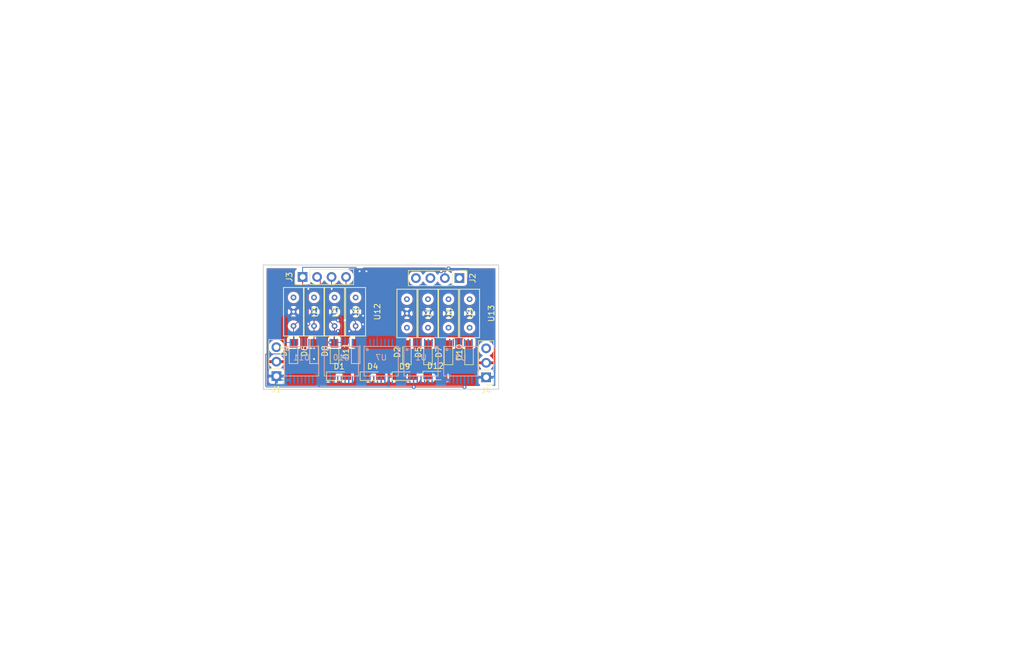
<source format=kicad_pcb>
(kicad_pcb (version 4) (host pcbnew 4.0.7)

  (general
    (links 93)
    (no_connects 48)
    (area 0 0 0 0)
    (thickness 1.6)
    (drawings 5)
    (tracks 120)
    (zones 0)
    (modules 29)
    (nets 40)
  )

  (page A4)
  (layers
    (0 F.Cu signal)
    (31 B.Cu signal)
    (32 B.Adhes user)
    (33 F.Adhes user)
    (34 B.Paste user)
    (35 F.Paste user)
    (36 B.SilkS user)
    (37 F.SilkS user)
    (38 B.Mask user)
    (39 F.Mask user)
    (40 Dwgs.User user)
    (41 Cmts.User user)
    (42 Eco1.User user)
    (43 Eco2.User user)
    (44 Edge.Cuts user)
    (45 Margin user)
    (46 B.CrtYd user)
    (47 F.CrtYd user)
    (48 B.Fab user)
    (49 F.Fab user)
  )

  (setup
    (last_trace_width 0.1524)
    (trace_clearance 0.1524)
    (zone_clearance 0.508)
    (zone_45_only no)
    (trace_min 0.1524)
    (segment_width 0.2)
    (edge_width 0.15)
    (via_size 0.6858)
    (via_drill 0.3302)
    (via_min_size 0.6858)
    (via_min_drill 0.3302)
    (uvia_size 0.6858)
    (uvia_drill 0.3302)
    (uvias_allowed no)
    (uvia_min_size 0)
    (uvia_min_drill 0)
    (pcb_text_width 0.3)
    (pcb_text_size 1.5 1.5)
    (mod_edge_width 0.15)
    (mod_text_size 1 1)
    (mod_text_width 0.15)
    (pad_size 1.524 1.524)
    (pad_drill 0.762)
    (pad_to_mask_clearance 0.2)
    (aux_axis_origin 0 0)
    (visible_elements 7FFFFFFF)
    (pcbplotparams
      (layerselection 0x00030_80000001)
      (usegerberextensions false)
      (excludeedgelayer true)
      (linewidth 0.100000)
      (plotframeref false)
      (viasonmask false)
      (mode 1)
      (useauxorigin false)
      (hpglpennumber 1)
      (hpglpenspeed 20)
      (hpglpendiameter 15)
      (hpglpenoverlay 2)
      (psnegative false)
      (psa4output false)
      (plotreference true)
      (plotvalue true)
      (plotinvisibletext false)
      (padsonsilk false)
      (subtractmaskfromsilk false)
      (outputformat 1)
      (mirror false)
      (drillshape 1)
      (scaleselection 1)
      (outputdirectory ""))
  )

  (net 0 "")
  (net 1 GND)
  (net 2 VCC)
  (net 3 /S1)
  (net 4 /B1)
  (net 5 /A1)
  (net 6 /S2)
  (net 7 /B2)
  (net 8 /A2)
  (net 9 /A3)
  (net 10 /B4)
  (net 11 /A4)
  (net 12 /S4)
  (net 13 /CIN)
  (net 14 /COUT)
  (net 15 /XI1)
  (net 16 /C1)
  (net 17 /XI2)
  (net 18 /AI1)
  (net 19 /CX1)
  (net 20 /AI2)
  (net 21 /CX2)
  (net 22 /CX4)
  (net 23 /CX3)
  (net 24 /C3)
  (net 25 /AI4)
  (net 26 /AI3)
  (net 27 /XI4)
  (net 28 /C2)
  (net 29 /XI3)
  (net 30 /B3)
  (net 31 /S3)
  (net 32 "Net-(U3-Pad2)")
  (net 33 "Net-(U4-Pad2)")
  (net 34 "Net-(U5-Pad2)")
  (net 35 "Net-(U6-Pad2)")
  (net 36 "Net-(U8-Pad2)")
  (net 37 "Net-(U9-Pad2)")
  (net 38 "Net-(U12-Pad2)")
  (net 39 "Net-(U13-Pad2)")

  (net_class Default "This is the default net class."
    (clearance 0.1524)
    (trace_width 0.1524)
    (via_dia 0.6858)
    (via_drill 0.3302)
    (uvia_dia 0.6858)
    (uvia_drill 0.3302)
    (add_net /A1)
    (add_net /A2)
    (add_net /A3)
    (add_net /A4)
    (add_net /AI1)
    (add_net /AI2)
    (add_net /AI3)
    (add_net /AI4)
    (add_net /B1)
    (add_net /B2)
    (add_net /B3)
    (add_net /B4)
    (add_net /C1)
    (add_net /C2)
    (add_net /C3)
    (add_net /CIN)
    (add_net /COUT)
    (add_net /CX1)
    (add_net /CX2)
    (add_net /CX3)
    (add_net /CX4)
    (add_net /S1)
    (add_net /S2)
    (add_net /S3)
    (add_net /S4)
    (add_net /XI1)
    (add_net /XI2)
    (add_net /XI3)
    (add_net /XI4)
    (add_net GND)
    (add_net "Net-(U12-Pad2)")
    (add_net "Net-(U13-Pad2)")
    (add_net "Net-(U3-Pad2)")
    (add_net "Net-(U4-Pad2)")
    (add_net "Net-(U5-Pad2)")
    (add_net "Net-(U6-Pad2)")
    (add_net "Net-(U8-Pad2)")
    (add_net "Net-(U9-Pad2)")
    (add_net VCC)
  )

  (module library:ssop14 (layer B.Cu) (tedit 5A8D4C81) (tstamp 5A8D4AC4)
    (at 114.3 93.98)
    (path /5A8D6D15)
    (fp_text reference U10 (at 0 -0.65) (layer B.SilkS)
      (effects (font (size 1 1) (thickness 0.15)) (justify mirror))
    )
    (fp_text value XOR (at 0 1.905) (layer B.Fab)
      (effects (font (size 1 1) (thickness 0.15)) (justify mirror))
    )
    (fp_circle (center -2.45 -2.05) (end -2.3 -1.95) (layer B.SilkS) (width 0.15))
    (fp_line (start 3 2.5) (end 3 -2.6) (layer B.SilkS) (width 0.15))
    (fp_line (start 3 -2.6) (end -3 -2.6) (layer B.SilkS) (width 0.15))
    (fp_line (start -3 -2.6) (end -3 2.6) (layer B.SilkS) (width 0.15))
    (fp_line (start -3 2.6) (end 3 2.6) (layer B.SilkS) (width 0.15))
    (fp_line (start 3 2.6) (end 3 2.5) (layer B.SilkS) (width 0.15))
    (pad 1 smd rect (at -1.95 -3.3) (size 0.25 1.25) (layers B.Cu B.Paste B.Mask)
      (net 9 /A3))
    (pad 2 smd rect (at -1.3 -3.3) (size 0.25 1.25) (layers B.Cu B.Paste B.Mask)
      (net 30 /B3))
    (pad 7 smd rect (at 1.95 -3.3) (size 0.25 1.25) (layers B.Cu B.Paste B.Mask)
      (net 1 GND))
    (pad 6 smd rect (at 1.3 -3.3) (size 0.25 1.25) (layers B.Cu B.Paste B.Mask)
      (net 31 /S3))
    (pad 5 smd rect (at 0.65 -3.3) (size 0.25 1.25) (layers B.Cu B.Paste B.Mask)
      (net 28 /C2))
    (pad 3 smd rect (at -0.7 -3.3) (size 0.25 1.25) (layers B.Cu B.Paste B.Mask)
      (net 29 /XI3))
    (pad 12 smd rect (at -0.65 3.3) (size 0.25 1.25) (layers B.Cu B.Paste B.Mask)
      (net 10 /B4))
    (pad 9 smd rect (at 1.3 3.3) (size 0.25 1.25) (layers B.Cu B.Paste B.Mask)
      (net 24 /C3))
    (pad 8 smd rect (at 1.95 3.3) (size 0.25 1.25) (layers B.Cu B.Paste B.Mask)
      (net 12 /S4))
    (pad 13 smd rect (at -1.3 3.3) (size 0.25 1.25) (layers B.Cu B.Paste B.Mask)
      (net 11 /A4))
    (pad 14 smd rect (at -1.95 3.3) (size 0.25 1.25) (layers B.Cu B.Paste B.Mask)
      (net 2 VCC))
    (pad 4 smd rect (at 0 -3.3) (size 0.25 1.25) (layers B.Cu B.Paste B.Mask)
      (net 29 /XI3))
    (pad 10 smd rect (at 0.65 3.3) (size 0.25 1.25) (layers B.Cu B.Paste B.Mask)
      (net 27 /XI4))
    (pad 11 smd rect (at 0 3.3) (size 0.25 1.25) (layers B.Cu B.Paste B.Mask)
      (net 27 /XI4))
  )

  (module library:ssop14 (layer B.Cu) (tedit 5A8C5F65) (tstamp 5A8D4A64)
    (at 128.27 93.98)
    (path /5A8D710D)
    (fp_text reference U1 (at 0 -0.65) (layer B.SilkS)
      (effects (font (size 1 1) (thickness 0.15)) (justify mirror))
    )
    (fp_text value XOR (at 0 1.65) (layer B.Fab)
      (effects (font (size 1 1) (thickness 0.15)) (justify mirror))
    )
    (fp_circle (center -2.45 -2.05) (end -2.3 -1.95) (layer B.SilkS) (width 0.15))
    (fp_line (start 3 2.5) (end 3 -2.6) (layer B.SilkS) (width 0.15))
    (fp_line (start 3 -2.6) (end -3 -2.6) (layer B.SilkS) (width 0.15))
    (fp_line (start -3 -2.6) (end -3 2.6) (layer B.SilkS) (width 0.15))
    (fp_line (start -3 2.6) (end 3 2.6) (layer B.SilkS) (width 0.15))
    (fp_line (start 3 2.6) (end 3 2.5) (layer B.SilkS) (width 0.15))
    (pad 1 smd rect (at -1.95 -3.3) (size 0.25 1.25) (layers B.Cu B.Paste B.Mask)
      (net 5 /A1))
    (pad 2 smd rect (at -1.3 -3.3) (size 0.25 1.25) (layers B.Cu B.Paste B.Mask)
      (net 4 /B1))
    (pad 7 smd rect (at 1.95 -3.3) (size 0.25 1.25) (layers B.Cu B.Paste B.Mask)
      (net 1 GND))
    (pad 6 smd rect (at 1.3 -3.3) (size 0.25 1.25) (layers B.Cu B.Paste B.Mask)
      (net 3 /S1))
    (pad 5 smd rect (at 0.65 -3.3) (size 0.25 1.25) (layers B.Cu B.Paste B.Mask)
      (net 13 /CIN))
    (pad 3 smd rect (at -0.7 -3.3) (size 0.25 1.25) (layers B.Cu B.Paste B.Mask)
      (net 15 /XI1))
    (pad 12 smd rect (at -0.65 3.3) (size 0.25 1.25) (layers B.Cu B.Paste B.Mask)
      (net 7 /B2))
    (pad 9 smd rect (at 1.3 3.3) (size 0.25 1.25) (layers B.Cu B.Paste B.Mask)
      (net 16 /C1))
    (pad 8 smd rect (at 1.95 3.3) (size 0.25 1.25) (layers B.Cu B.Paste B.Mask)
      (net 6 /S2))
    (pad 13 smd rect (at -1.3 3.3) (size 0.25 1.25) (layers B.Cu B.Paste B.Mask)
      (net 8 /A2))
    (pad 14 smd rect (at -1.95 3.3) (size 0.25 1.25) (layers B.Cu B.Paste B.Mask)
      (net 2 VCC))
    (pad 4 smd rect (at 0 -3.3) (size 0.25 1.25) (layers B.Cu B.Paste B.Mask)
      (net 15 /XI1))
    (pad 10 smd rect (at 0.65 3.3) (size 0.25 1.25) (layers B.Cu B.Paste B.Mask)
      (net 17 /XI2))
    (pad 11 smd rect (at 0 3.3) (size 0.25 1.25) (layers B.Cu B.Paste B.Mask)
      (net 17 /XI2))
  )

  (module library:ssop14 (layer B.Cu) (tedit 5A8C5F65) (tstamp 5A8D4A76)
    (at 135.255 93.98)
    (path /5A8D71DA)
    (fp_text reference U2 (at 0 -0.65) (layer B.SilkS)
      (effects (font (size 1 1) (thickness 0.15)) (justify mirror))
    )
    (fp_text value AND (at 0 1.65) (layer B.Fab)
      (effects (font (size 1 1) (thickness 0.15)) (justify mirror))
    )
    (fp_circle (center -2.45 -2.05) (end -2.3 -1.95) (layer B.SilkS) (width 0.15))
    (fp_line (start 3 2.5) (end 3 -2.6) (layer B.SilkS) (width 0.15))
    (fp_line (start 3 -2.6) (end -3 -2.6) (layer B.SilkS) (width 0.15))
    (fp_line (start -3 -2.6) (end -3 2.6) (layer B.SilkS) (width 0.15))
    (fp_line (start -3 2.6) (end 3 2.6) (layer B.SilkS) (width 0.15))
    (fp_line (start 3 2.6) (end 3 2.5) (layer B.SilkS) (width 0.15))
    (pad 1 smd rect (at -1.95 -3.3) (size 0.25 1.25) (layers B.Cu B.Paste B.Mask)
      (net 15 /XI1))
    (pad 2 smd rect (at -1.3 -3.3) (size 0.25 1.25) (layers B.Cu B.Paste B.Mask)
      (net 13 /CIN))
    (pad 7 smd rect (at 1.95 -3.3) (size 0.25 1.25) (layers B.Cu B.Paste B.Mask)
      (net 1 GND))
    (pad 6 smd rect (at 1.3 -3.3) (size 0.25 1.25) (layers B.Cu B.Paste B.Mask)
      (net 18 /AI1))
    (pad 5 smd rect (at 0.65 -3.3) (size 0.25 1.25) (layers B.Cu B.Paste B.Mask)
      (net 4 /B1))
    (pad 3 smd rect (at -0.7 -3.3) (size 0.25 1.25) (layers B.Cu B.Paste B.Mask)
      (net 19 /CX1))
    (pad 12 smd rect (at -0.65 3.3) (size 0.25 1.25) (layers B.Cu B.Paste B.Mask)
      (net 16 /C1))
    (pad 9 smd rect (at 1.3 3.3) (size 0.25 1.25) (layers B.Cu B.Paste B.Mask)
      (net 7 /B2))
    (pad 8 smd rect (at 1.95 3.3) (size 0.25 1.25) (layers B.Cu B.Paste B.Mask)
      (net 20 /AI2))
    (pad 13 smd rect (at -1.3 3.3) (size 0.25 1.25) (layers B.Cu B.Paste B.Mask)
      (net 17 /XI2))
    (pad 14 smd rect (at -1.95 3.3) (size 0.25 1.25) (layers B.Cu B.Paste B.Mask)
      (net 2 VCC))
    (pad 4 smd rect (at 0 -3.3) (size 0.25 1.25) (layers B.Cu B.Paste B.Mask)
      (net 5 /A1))
    (pad 10 smd rect (at 0.65 3.3) (size 0.25 1.25) (layers B.Cu B.Paste B.Mask)
      (net 8 /A2))
    (pad 11 smd rect (at 0 3.3) (size 0.25 1.25) (layers B.Cu B.Paste B.Mask)
      (net 21 /CX2))
  )

  (module library:ssop14 (layer B.Cu) (tedit 5A8C5F65) (tstamp 5A8D4AA4)
    (at 121.285 93.98)
    (path /5A8D7051)
    (fp_text reference U7 (at 0 -0.65) (layer B.SilkS)
      (effects (font (size 1 1) (thickness 0.15)) (justify mirror))
    )
    (fp_text value OR (at 0 1.65) (layer B.Fab)
      (effects (font (size 1 1) (thickness 0.15)) (justify mirror))
    )
    (fp_circle (center -2.45 -2.05) (end -2.3 -1.95) (layer B.SilkS) (width 0.15))
    (fp_line (start 3 2.5) (end 3 -2.6) (layer B.SilkS) (width 0.15))
    (fp_line (start 3 -2.6) (end -3 -2.6) (layer B.SilkS) (width 0.15))
    (fp_line (start -3 -2.6) (end -3 2.6) (layer B.SilkS) (width 0.15))
    (fp_line (start -3 2.6) (end 3 2.6) (layer B.SilkS) (width 0.15))
    (fp_line (start 3 2.6) (end 3 2.5) (layer B.SilkS) (width 0.15))
    (pad 1 smd rect (at -1.95 -3.3) (size 0.25 1.25) (layers B.Cu B.Paste B.Mask)
      (net 20 /AI2))
    (pad 2 smd rect (at -1.3 -3.3) (size 0.25 1.25) (layers B.Cu B.Paste B.Mask)
      (net 21 /CX2))
    (pad 7 smd rect (at 1.95 -3.3) (size 0.25 1.25) (layers B.Cu B.Paste B.Mask)
      (net 1 GND))
    (pad 6 smd rect (at 1.3 -3.3) (size 0.25 1.25) (layers B.Cu B.Paste B.Mask)
      (net 16 /C1))
    (pad 5 smd rect (at 0.65 -3.3) (size 0.25 1.25) (layers B.Cu B.Paste B.Mask)
      (net 19 /CX1))
    (pad 3 smd rect (at -0.7 -3.3) (size 0.25 1.25) (layers B.Cu B.Paste B.Mask)
      (net 28 /C2))
    (pad 12 smd rect (at -0.65 3.3) (size 0.25 1.25) (layers B.Cu B.Paste B.Mask)
      (net 22 /CX4))
    (pad 9 smd rect (at 1.3 3.3) (size 0.25 1.25) (layers B.Cu B.Paste B.Mask)
      (net 23 /CX3))
    (pad 8 smd rect (at 1.95 3.3) (size 0.25 1.25) (layers B.Cu B.Paste B.Mask)
      (net 24 /C3))
    (pad 13 smd rect (at -1.3 3.3) (size 0.25 1.25) (layers B.Cu B.Paste B.Mask)
      (net 25 /AI4))
    (pad 14 smd rect (at -1.95 3.3) (size 0.25 1.25) (layers B.Cu B.Paste B.Mask)
      (net 2 VCC))
    (pad 4 smd rect (at 0 -3.3) (size 0.25 1.25) (layers B.Cu B.Paste B.Mask)
      (net 18 /AI1))
    (pad 10 smd rect (at 0.65 3.3) (size 0.25 1.25) (layers B.Cu B.Paste B.Mask)
      (net 26 /AI3))
    (pad 11 smd rect (at 0 3.3) (size 0.25 1.25) (layers B.Cu B.Paste B.Mask)
      (net 14 /COUT))
  )

  (module library:ssop14 (layer B.Cu) (tedit 5A8C5F65) (tstamp 5A8D4AD6)
    (at 107.315 93.98)
    (path /5A8D6ECD)
    (fp_text reference U11 (at 0 -0.65) (layer B.SilkS)
      (effects (font (size 1 1) (thickness 0.15)) (justify mirror))
    )
    (fp_text value AND (at 0 1.65) (layer B.Fab)
      (effects (font (size 1 1) (thickness 0.15)) (justify mirror))
    )
    (fp_circle (center -2.45 -2.05) (end -2.3 -1.95) (layer B.SilkS) (width 0.15))
    (fp_line (start 3 2.5) (end 3 -2.6) (layer B.SilkS) (width 0.15))
    (fp_line (start 3 -2.6) (end -3 -2.6) (layer B.SilkS) (width 0.15))
    (fp_line (start -3 -2.6) (end -3 2.6) (layer B.SilkS) (width 0.15))
    (fp_line (start -3 2.6) (end 3 2.6) (layer B.SilkS) (width 0.15))
    (fp_line (start 3 2.6) (end 3 2.5) (layer B.SilkS) (width 0.15))
    (pad 1 smd rect (at -1.95 -3.3) (size 0.25 1.25) (layers B.Cu B.Paste B.Mask)
      (net 29 /XI3))
    (pad 2 smd rect (at -1.3 -3.3) (size 0.25 1.25) (layers B.Cu B.Paste B.Mask)
      (net 28 /C2))
    (pad 7 smd rect (at 1.95 -3.3) (size 0.25 1.25) (layers B.Cu B.Paste B.Mask)
      (net 1 GND))
    (pad 6 smd rect (at 1.3 -3.3) (size 0.25 1.25) (layers B.Cu B.Paste B.Mask)
      (net 26 /AI3))
    (pad 5 smd rect (at 0.65 -3.3) (size 0.25 1.25) (layers B.Cu B.Paste B.Mask)
      (net 30 /B3))
    (pad 3 smd rect (at -0.7 -3.3) (size 0.25 1.25) (layers B.Cu B.Paste B.Mask)
      (net 23 /CX3))
    (pad 12 smd rect (at -0.65 3.3) (size 0.25 1.25) (layers B.Cu B.Paste B.Mask)
      (net 24 /C3))
    (pad 9 smd rect (at 1.3 3.3) (size 0.25 1.25) (layers B.Cu B.Paste B.Mask)
      (net 10 /B4))
    (pad 8 smd rect (at 1.95 3.3) (size 0.25 1.25) (layers B.Cu B.Paste B.Mask)
      (net 25 /AI4))
    (pad 13 smd rect (at -1.3 3.3) (size 0.25 1.25) (layers B.Cu B.Paste B.Mask)
      (net 27 /XI4))
    (pad 14 smd rect (at -1.95 3.3) (size 0.25 1.25) (layers B.Cu B.Paste B.Mask)
      (net 2 VCC))
    (pad 4 smd rect (at 0 -3.3) (size 0.25 1.25) (layers B.Cu B.Paste B.Mask)
      (net 9 /A3))
    (pad 10 smd rect (at 0.65 3.3) (size 0.25 1.25) (layers B.Cu B.Paste B.Mask)
      (net 11 /A4))
    (pad 11 smd rect (at 0 3.3) (size 0.25 1.25) (layers B.Cu B.Paste B.Mask)
      (net 22 /CX4))
  )

  (module LEDs:LED_0805_HandSoldering (layer F.Cu) (tedit 595FCA25) (tstamp 5A8DB57F)
    (at 113.9 96.6)
    (descr "Resistor SMD 0805, hand soldering")
    (tags "resistor 0805")
    (path /5A8E0845)
    (attr smd)
    (fp_text reference D1 (at 0 -1.7) (layer F.SilkS)
      (effects (font (size 1 1) (thickness 0.15)))
    )
    (fp_text value S1 (at 0 1.75) (layer F.Fab)
      (effects (font (size 1 1) (thickness 0.15)))
    )
    (fp_line (start -0.4 -0.4) (end -0.4 0.4) (layer F.Fab) (width 0.1))
    (fp_line (start -0.4 0) (end 0.2 -0.4) (layer F.Fab) (width 0.1))
    (fp_line (start 0.2 0.4) (end -0.4 0) (layer F.Fab) (width 0.1))
    (fp_line (start 0.2 -0.4) (end 0.2 0.4) (layer F.Fab) (width 0.1))
    (fp_line (start -1 0.62) (end -1 -0.62) (layer F.Fab) (width 0.1))
    (fp_line (start 1 0.62) (end -1 0.62) (layer F.Fab) (width 0.1))
    (fp_line (start 1 -0.62) (end 1 0.62) (layer F.Fab) (width 0.1))
    (fp_line (start -1 -0.62) (end 1 -0.62) (layer F.Fab) (width 0.1))
    (fp_line (start 1 0.75) (end -2.2 0.75) (layer F.SilkS) (width 0.12))
    (fp_line (start -2.2 -0.75) (end 1 -0.75) (layer F.SilkS) (width 0.12))
    (fp_line (start -2.35 -0.9) (end 2.35 -0.9) (layer F.CrtYd) (width 0.05))
    (fp_line (start -2.35 -0.9) (end -2.35 0.9) (layer F.CrtYd) (width 0.05))
    (fp_line (start 2.35 0.9) (end 2.35 -0.9) (layer F.CrtYd) (width 0.05))
    (fp_line (start 2.35 0.9) (end -2.35 0.9) (layer F.CrtYd) (width 0.05))
    (fp_line (start -2.2 -0.75) (end -2.2 0.75) (layer F.SilkS) (width 0.12))
    (pad 1 smd rect (at -1.35 0) (size 1.5 1.3) (layers F.Cu F.Paste F.Mask)
      (net 1 GND))
    (pad 2 smd rect (at 1.35 0) (size 1.5 1.3) (layers F.Cu F.Paste F.Mask)
      (net 3 /S1))
    (model ${KISYS3DMOD}/LEDs.3dshapes/LED_0805.wrl
      (at (xyz 0 0 0))
      (scale (xyz 1 1 1))
      (rotate (xyz 0 0 0))
    )
  )

  (module LEDs:LED_0805_HandSoldering (layer F.Cu) (tedit 595FCA25) (tstamp 5A8DB594)
    (at 125.8 92.4 90)
    (descr "Resistor SMD 0805, hand soldering")
    (tags "resistor 0805")
    (path /5A8D4F88)
    (attr smd)
    (fp_text reference D2 (at 0 -1.7 90) (layer F.SilkS)
      (effects (font (size 1 1) (thickness 0.15)))
    )
    (fp_text value LB1 (at 0 1.75 90) (layer F.Fab)
      (effects (font (size 1 1) (thickness 0.15)))
    )
    (fp_line (start -0.4 -0.4) (end -0.4 0.4) (layer F.Fab) (width 0.1))
    (fp_line (start -0.4 0) (end 0.2 -0.4) (layer F.Fab) (width 0.1))
    (fp_line (start 0.2 0.4) (end -0.4 0) (layer F.Fab) (width 0.1))
    (fp_line (start 0.2 -0.4) (end 0.2 0.4) (layer F.Fab) (width 0.1))
    (fp_line (start -1 0.62) (end -1 -0.62) (layer F.Fab) (width 0.1))
    (fp_line (start 1 0.62) (end -1 0.62) (layer F.Fab) (width 0.1))
    (fp_line (start 1 -0.62) (end 1 0.62) (layer F.Fab) (width 0.1))
    (fp_line (start -1 -0.62) (end 1 -0.62) (layer F.Fab) (width 0.1))
    (fp_line (start 1 0.75) (end -2.2 0.75) (layer F.SilkS) (width 0.12))
    (fp_line (start -2.2 -0.75) (end 1 -0.75) (layer F.SilkS) (width 0.12))
    (fp_line (start -2.35 -0.9) (end 2.35 -0.9) (layer F.CrtYd) (width 0.05))
    (fp_line (start -2.35 -0.9) (end -2.35 0.9) (layer F.CrtYd) (width 0.05))
    (fp_line (start 2.35 0.9) (end 2.35 -0.9) (layer F.CrtYd) (width 0.05))
    (fp_line (start 2.35 0.9) (end -2.35 0.9) (layer F.CrtYd) (width 0.05))
    (fp_line (start -2.2 -0.75) (end -2.2 0.75) (layer F.SilkS) (width 0.12))
    (pad 1 smd rect (at -1.35 0 90) (size 1.5 1.3) (layers F.Cu F.Paste F.Mask)
      (net 1 GND))
    (pad 2 smd rect (at 1.35 0 90) (size 1.5 1.3) (layers F.Cu F.Paste F.Mask)
      (net 4 /B1))
    (model ${KISYS3DMOD}/LEDs.3dshapes/LED_0805.wrl
      (at (xyz 0 0 0))
      (scale (xyz 1 1 1))
      (rotate (xyz 0 0 0))
    )
  )

  (module LEDs:LED_0805_HandSoldering (layer F.Cu) (tedit 595FCA25) (tstamp 5A8DB5A9)
    (at 105.9 92.2 90)
    (descr "Resistor SMD 0805, hand soldering")
    (tags "resistor 0805")
    (path /5A8D6515)
    (attr smd)
    (fp_text reference D3 (at 0 -1.7 90) (layer F.SilkS)
      (effects (font (size 1 1) (thickness 0.15)))
    )
    (fp_text value LA1 (at 0 1.75 90) (layer F.Fab)
      (effects (font (size 1 1) (thickness 0.15)))
    )
    (fp_line (start -0.4 -0.4) (end -0.4 0.4) (layer F.Fab) (width 0.1))
    (fp_line (start -0.4 0) (end 0.2 -0.4) (layer F.Fab) (width 0.1))
    (fp_line (start 0.2 0.4) (end -0.4 0) (layer F.Fab) (width 0.1))
    (fp_line (start 0.2 -0.4) (end 0.2 0.4) (layer F.Fab) (width 0.1))
    (fp_line (start -1 0.62) (end -1 -0.62) (layer F.Fab) (width 0.1))
    (fp_line (start 1 0.62) (end -1 0.62) (layer F.Fab) (width 0.1))
    (fp_line (start 1 -0.62) (end 1 0.62) (layer F.Fab) (width 0.1))
    (fp_line (start -1 -0.62) (end 1 -0.62) (layer F.Fab) (width 0.1))
    (fp_line (start 1 0.75) (end -2.2 0.75) (layer F.SilkS) (width 0.12))
    (fp_line (start -2.2 -0.75) (end 1 -0.75) (layer F.SilkS) (width 0.12))
    (fp_line (start -2.35 -0.9) (end 2.35 -0.9) (layer F.CrtYd) (width 0.05))
    (fp_line (start -2.35 -0.9) (end -2.35 0.9) (layer F.CrtYd) (width 0.05))
    (fp_line (start 2.35 0.9) (end 2.35 -0.9) (layer F.CrtYd) (width 0.05))
    (fp_line (start 2.35 0.9) (end -2.35 0.9) (layer F.CrtYd) (width 0.05))
    (fp_line (start -2.2 -0.75) (end -2.2 0.75) (layer F.SilkS) (width 0.12))
    (pad 1 smd rect (at -1.35 0 90) (size 1.5 1.3) (layers F.Cu F.Paste F.Mask)
      (net 1 GND))
    (pad 2 smd rect (at 1.35 0 90) (size 1.5 1.3) (layers F.Cu F.Paste F.Mask)
      (net 5 /A1))
    (model ${KISYS3DMOD}/LEDs.3dshapes/LED_0805.wrl
      (at (xyz 0 0 0))
      (scale (xyz 1 1 1))
      (rotate (xyz 0 0 0))
    )
  )

  (module LEDs:LED_0805_HandSoldering (layer F.Cu) (tedit 595FCA25) (tstamp 5A8DB5BE)
    (at 119.8 96.6)
    (descr "Resistor SMD 0805, hand soldering")
    (tags "resistor 0805")
    (path /5A8E30A3)
    (attr smd)
    (fp_text reference D4 (at 0 -1.7) (layer F.SilkS)
      (effects (font (size 1 1) (thickness 0.15)))
    )
    (fp_text value S2 (at 0 1.75) (layer F.Fab)
      (effects (font (size 1 1) (thickness 0.15)))
    )
    (fp_line (start -0.4 -0.4) (end -0.4 0.4) (layer F.Fab) (width 0.1))
    (fp_line (start -0.4 0) (end 0.2 -0.4) (layer F.Fab) (width 0.1))
    (fp_line (start 0.2 0.4) (end -0.4 0) (layer F.Fab) (width 0.1))
    (fp_line (start 0.2 -0.4) (end 0.2 0.4) (layer F.Fab) (width 0.1))
    (fp_line (start -1 0.62) (end -1 -0.62) (layer F.Fab) (width 0.1))
    (fp_line (start 1 0.62) (end -1 0.62) (layer F.Fab) (width 0.1))
    (fp_line (start 1 -0.62) (end 1 0.62) (layer F.Fab) (width 0.1))
    (fp_line (start -1 -0.62) (end 1 -0.62) (layer F.Fab) (width 0.1))
    (fp_line (start 1 0.75) (end -2.2 0.75) (layer F.SilkS) (width 0.12))
    (fp_line (start -2.2 -0.75) (end 1 -0.75) (layer F.SilkS) (width 0.12))
    (fp_line (start -2.35 -0.9) (end 2.35 -0.9) (layer F.CrtYd) (width 0.05))
    (fp_line (start -2.35 -0.9) (end -2.35 0.9) (layer F.CrtYd) (width 0.05))
    (fp_line (start 2.35 0.9) (end 2.35 -0.9) (layer F.CrtYd) (width 0.05))
    (fp_line (start 2.35 0.9) (end -2.35 0.9) (layer F.CrtYd) (width 0.05))
    (fp_line (start -2.2 -0.75) (end -2.2 0.75) (layer F.SilkS) (width 0.12))
    (pad 1 smd rect (at -1.35 0) (size 1.5 1.3) (layers F.Cu F.Paste F.Mask)
      (net 1 GND))
    (pad 2 smd rect (at 1.35 0) (size 1.5 1.3) (layers F.Cu F.Paste F.Mask)
      (net 6 /S2))
    (model ${KISYS3DMOD}/LEDs.3dshapes/LED_0805.wrl
      (at (xyz 0 0 0))
      (scale (xyz 1 1 1))
      (rotate (xyz 0 0 0))
    )
  )

  (module LEDs:LED_0805_HandSoldering (layer F.Cu) (tedit 595FCA25) (tstamp 5A8DB5D3)
    (at 129.5 92.4 90)
    (descr "Resistor SMD 0805, hand soldering")
    (tags "resistor 0805")
    (path /5A8D4EFB)
    (attr smd)
    (fp_text reference D5 (at 0 -1.7 90) (layer F.SilkS)
      (effects (font (size 1 1) (thickness 0.15)))
    )
    (fp_text value LB2 (at 0 1.75 90) (layer F.Fab)
      (effects (font (size 1 1) (thickness 0.15)))
    )
    (fp_line (start -0.4 -0.4) (end -0.4 0.4) (layer F.Fab) (width 0.1))
    (fp_line (start -0.4 0) (end 0.2 -0.4) (layer F.Fab) (width 0.1))
    (fp_line (start 0.2 0.4) (end -0.4 0) (layer F.Fab) (width 0.1))
    (fp_line (start 0.2 -0.4) (end 0.2 0.4) (layer F.Fab) (width 0.1))
    (fp_line (start -1 0.62) (end -1 -0.62) (layer F.Fab) (width 0.1))
    (fp_line (start 1 0.62) (end -1 0.62) (layer F.Fab) (width 0.1))
    (fp_line (start 1 -0.62) (end 1 0.62) (layer F.Fab) (width 0.1))
    (fp_line (start -1 -0.62) (end 1 -0.62) (layer F.Fab) (width 0.1))
    (fp_line (start 1 0.75) (end -2.2 0.75) (layer F.SilkS) (width 0.12))
    (fp_line (start -2.2 -0.75) (end 1 -0.75) (layer F.SilkS) (width 0.12))
    (fp_line (start -2.35 -0.9) (end 2.35 -0.9) (layer F.CrtYd) (width 0.05))
    (fp_line (start -2.35 -0.9) (end -2.35 0.9) (layer F.CrtYd) (width 0.05))
    (fp_line (start 2.35 0.9) (end 2.35 -0.9) (layer F.CrtYd) (width 0.05))
    (fp_line (start 2.35 0.9) (end -2.35 0.9) (layer F.CrtYd) (width 0.05))
    (fp_line (start -2.2 -0.75) (end -2.2 0.75) (layer F.SilkS) (width 0.12))
    (pad 1 smd rect (at -1.35 0 90) (size 1.5 1.3) (layers F.Cu F.Paste F.Mask)
      (net 1 GND))
    (pad 2 smd rect (at 1.35 0 90) (size 1.5 1.3) (layers F.Cu F.Paste F.Mask)
      (net 7 /B2))
    (model ${KISYS3DMOD}/LEDs.3dshapes/LED_0805.wrl
      (at (xyz 0 0 0))
      (scale (xyz 1 1 1))
      (rotate (xyz 0 0 0))
    )
  )

  (module LEDs:LED_0805_HandSoldering (layer F.Cu) (tedit 595FCA25) (tstamp 5A8DB5E8)
    (at 109.5 92.2 90)
    (descr "Resistor SMD 0805, hand soldering")
    (tags "resistor 0805")
    (path /5A8D6373)
    (attr smd)
    (fp_text reference D6 (at 0 -1.7 90) (layer F.SilkS)
      (effects (font (size 1 1) (thickness 0.15)))
    )
    (fp_text value LA2 (at 0 1.75 90) (layer F.Fab)
      (effects (font (size 1 1) (thickness 0.15)))
    )
    (fp_line (start -0.4 -0.4) (end -0.4 0.4) (layer F.Fab) (width 0.1))
    (fp_line (start -0.4 0) (end 0.2 -0.4) (layer F.Fab) (width 0.1))
    (fp_line (start 0.2 0.4) (end -0.4 0) (layer F.Fab) (width 0.1))
    (fp_line (start 0.2 -0.4) (end 0.2 0.4) (layer F.Fab) (width 0.1))
    (fp_line (start -1 0.62) (end -1 -0.62) (layer F.Fab) (width 0.1))
    (fp_line (start 1 0.62) (end -1 0.62) (layer F.Fab) (width 0.1))
    (fp_line (start 1 -0.62) (end 1 0.62) (layer F.Fab) (width 0.1))
    (fp_line (start -1 -0.62) (end 1 -0.62) (layer F.Fab) (width 0.1))
    (fp_line (start 1 0.75) (end -2.2 0.75) (layer F.SilkS) (width 0.12))
    (fp_line (start -2.2 -0.75) (end 1 -0.75) (layer F.SilkS) (width 0.12))
    (fp_line (start -2.35 -0.9) (end 2.35 -0.9) (layer F.CrtYd) (width 0.05))
    (fp_line (start -2.35 -0.9) (end -2.35 0.9) (layer F.CrtYd) (width 0.05))
    (fp_line (start 2.35 0.9) (end 2.35 -0.9) (layer F.CrtYd) (width 0.05))
    (fp_line (start 2.35 0.9) (end -2.35 0.9) (layer F.CrtYd) (width 0.05))
    (fp_line (start -2.2 -0.75) (end -2.2 0.75) (layer F.SilkS) (width 0.12))
    (pad 1 smd rect (at -1.35 0 90) (size 1.5 1.3) (layers F.Cu F.Paste F.Mask)
      (net 1 GND))
    (pad 2 smd rect (at 1.35 0 90) (size 1.5 1.3) (layers F.Cu F.Paste F.Mask)
      (net 8 /A2))
    (model ${KISYS3DMOD}/LEDs.3dshapes/LED_0805.wrl
      (at (xyz 0 0 0))
      (scale (xyz 1 1 1))
      (rotate (xyz 0 0 0))
    )
  )

  (module LEDs:LED_0805_HandSoldering (layer F.Cu) (tedit 595FCA25) (tstamp 5A8DB5FD)
    (at 133.1 92.4 90)
    (descr "Resistor SMD 0805, hand soldering")
    (tags "resistor 0805")
    (path /5A8D4E6D)
    (attr smd)
    (fp_text reference D7 (at 0 -1.7 90) (layer F.SilkS)
      (effects (font (size 1 1) (thickness 0.15)))
    )
    (fp_text value LB3 (at 0 1.75 90) (layer F.Fab)
      (effects (font (size 1 1) (thickness 0.15)))
    )
    (fp_line (start -0.4 -0.4) (end -0.4 0.4) (layer F.Fab) (width 0.1))
    (fp_line (start -0.4 0) (end 0.2 -0.4) (layer F.Fab) (width 0.1))
    (fp_line (start 0.2 0.4) (end -0.4 0) (layer F.Fab) (width 0.1))
    (fp_line (start 0.2 -0.4) (end 0.2 0.4) (layer F.Fab) (width 0.1))
    (fp_line (start -1 0.62) (end -1 -0.62) (layer F.Fab) (width 0.1))
    (fp_line (start 1 0.62) (end -1 0.62) (layer F.Fab) (width 0.1))
    (fp_line (start 1 -0.62) (end 1 0.62) (layer F.Fab) (width 0.1))
    (fp_line (start -1 -0.62) (end 1 -0.62) (layer F.Fab) (width 0.1))
    (fp_line (start 1 0.75) (end -2.2 0.75) (layer F.SilkS) (width 0.12))
    (fp_line (start -2.2 -0.75) (end 1 -0.75) (layer F.SilkS) (width 0.12))
    (fp_line (start -2.35 -0.9) (end 2.35 -0.9) (layer F.CrtYd) (width 0.05))
    (fp_line (start -2.35 -0.9) (end -2.35 0.9) (layer F.CrtYd) (width 0.05))
    (fp_line (start 2.35 0.9) (end 2.35 -0.9) (layer F.CrtYd) (width 0.05))
    (fp_line (start 2.35 0.9) (end -2.35 0.9) (layer F.CrtYd) (width 0.05))
    (fp_line (start -2.2 -0.75) (end -2.2 0.75) (layer F.SilkS) (width 0.12))
    (pad 1 smd rect (at -1.35 0 90) (size 1.5 1.3) (layers F.Cu F.Paste F.Mask)
      (net 1 GND))
    (pad 2 smd rect (at 1.35 0 90) (size 1.5 1.3) (layers F.Cu F.Paste F.Mask)
      (net 30 /B3))
    (model ${KISYS3DMOD}/LEDs.3dshapes/LED_0805.wrl
      (at (xyz 0 0 0))
      (scale (xyz 1 1 1))
      (rotate (xyz 0 0 0))
    )
  )

  (module LEDs:LED_0805_HandSoldering (layer F.Cu) (tedit 595FCA25) (tstamp 5A8DB612)
    (at 113.1 92.2 90)
    (descr "Resistor SMD 0805, hand soldering")
    (tags "resistor 0805")
    (path /5A8D65A0)
    (attr smd)
    (fp_text reference D8 (at 0 -1.7 90) (layer F.SilkS)
      (effects (font (size 1 1) (thickness 0.15)))
    )
    (fp_text value LA3 (at 0 1.75 90) (layer F.Fab)
      (effects (font (size 1 1) (thickness 0.15)))
    )
    (fp_line (start -0.4 -0.4) (end -0.4 0.4) (layer F.Fab) (width 0.1))
    (fp_line (start -0.4 0) (end 0.2 -0.4) (layer F.Fab) (width 0.1))
    (fp_line (start 0.2 0.4) (end -0.4 0) (layer F.Fab) (width 0.1))
    (fp_line (start 0.2 -0.4) (end 0.2 0.4) (layer F.Fab) (width 0.1))
    (fp_line (start -1 0.62) (end -1 -0.62) (layer F.Fab) (width 0.1))
    (fp_line (start 1 0.62) (end -1 0.62) (layer F.Fab) (width 0.1))
    (fp_line (start 1 -0.62) (end 1 0.62) (layer F.Fab) (width 0.1))
    (fp_line (start -1 -0.62) (end 1 -0.62) (layer F.Fab) (width 0.1))
    (fp_line (start 1 0.75) (end -2.2 0.75) (layer F.SilkS) (width 0.12))
    (fp_line (start -2.2 -0.75) (end 1 -0.75) (layer F.SilkS) (width 0.12))
    (fp_line (start -2.35 -0.9) (end 2.35 -0.9) (layer F.CrtYd) (width 0.05))
    (fp_line (start -2.35 -0.9) (end -2.35 0.9) (layer F.CrtYd) (width 0.05))
    (fp_line (start 2.35 0.9) (end 2.35 -0.9) (layer F.CrtYd) (width 0.05))
    (fp_line (start 2.35 0.9) (end -2.35 0.9) (layer F.CrtYd) (width 0.05))
    (fp_line (start -2.2 -0.75) (end -2.2 0.75) (layer F.SilkS) (width 0.12))
    (pad 1 smd rect (at -1.35 0 90) (size 1.5 1.3) (layers F.Cu F.Paste F.Mask)
      (net 1 GND))
    (pad 2 smd rect (at 1.35 0 90) (size 1.5 1.3) (layers F.Cu F.Paste F.Mask)
      (net 9 /A3))
    (model ${KISYS3DMOD}/LEDs.3dshapes/LED_0805.wrl
      (at (xyz 0 0 0))
      (scale (xyz 1 1 1))
      (rotate (xyz 0 0 0))
    )
  )

  (module LEDs:LED_0805_HandSoldering (layer F.Cu) (tedit 595FCA25) (tstamp 5A8DB627)
    (at 125.4 96.6)
    (descr "Resistor SMD 0805, hand soldering")
    (tags "resistor 0805")
    (path /5A8E8966)
    (attr smd)
    (fp_text reference D9 (at 0 -1.7) (layer F.SilkS)
      (effects (font (size 1 1) (thickness 0.15)))
    )
    (fp_text value S3 (at 0 1.75) (layer F.Fab)
      (effects (font (size 1 1) (thickness 0.15)))
    )
    (fp_line (start -0.4 -0.4) (end -0.4 0.4) (layer F.Fab) (width 0.1))
    (fp_line (start -0.4 0) (end 0.2 -0.4) (layer F.Fab) (width 0.1))
    (fp_line (start 0.2 0.4) (end -0.4 0) (layer F.Fab) (width 0.1))
    (fp_line (start 0.2 -0.4) (end 0.2 0.4) (layer F.Fab) (width 0.1))
    (fp_line (start -1 0.62) (end -1 -0.62) (layer F.Fab) (width 0.1))
    (fp_line (start 1 0.62) (end -1 0.62) (layer F.Fab) (width 0.1))
    (fp_line (start 1 -0.62) (end 1 0.62) (layer F.Fab) (width 0.1))
    (fp_line (start -1 -0.62) (end 1 -0.62) (layer F.Fab) (width 0.1))
    (fp_line (start 1 0.75) (end -2.2 0.75) (layer F.SilkS) (width 0.12))
    (fp_line (start -2.2 -0.75) (end 1 -0.75) (layer F.SilkS) (width 0.12))
    (fp_line (start -2.35 -0.9) (end 2.35 -0.9) (layer F.CrtYd) (width 0.05))
    (fp_line (start -2.35 -0.9) (end -2.35 0.9) (layer F.CrtYd) (width 0.05))
    (fp_line (start 2.35 0.9) (end 2.35 -0.9) (layer F.CrtYd) (width 0.05))
    (fp_line (start 2.35 0.9) (end -2.35 0.9) (layer F.CrtYd) (width 0.05))
    (fp_line (start -2.2 -0.75) (end -2.2 0.75) (layer F.SilkS) (width 0.12))
    (pad 1 smd rect (at -1.35 0) (size 1.5 1.3) (layers F.Cu F.Paste F.Mask)
      (net 1 GND))
    (pad 2 smd rect (at 1.35 0) (size 1.5 1.3) (layers F.Cu F.Paste F.Mask)
      (net 31 /S3))
    (model ${KISYS3DMOD}/LEDs.3dshapes/LED_0805.wrl
      (at (xyz 0 0 0))
      (scale (xyz 1 1 1))
      (rotate (xyz 0 0 0))
    )
  )

  (module LEDs:LED_0805_HandSoldering (layer F.Cu) (tedit 595FCA25) (tstamp 5A8DB63C)
    (at 136.7 92.4 90)
    (descr "Resistor SMD 0805, hand soldering")
    (tags "resistor 0805")
    (path /5A8D4DBD)
    (attr smd)
    (fp_text reference D10 (at 0 -1.7 90) (layer F.SilkS)
      (effects (font (size 1 1) (thickness 0.15)))
    )
    (fp_text value LB4 (at 0 1.75 90) (layer F.Fab)
      (effects (font (size 1 1) (thickness 0.15)))
    )
    (fp_line (start -0.4 -0.4) (end -0.4 0.4) (layer F.Fab) (width 0.1))
    (fp_line (start -0.4 0) (end 0.2 -0.4) (layer F.Fab) (width 0.1))
    (fp_line (start 0.2 0.4) (end -0.4 0) (layer F.Fab) (width 0.1))
    (fp_line (start 0.2 -0.4) (end 0.2 0.4) (layer F.Fab) (width 0.1))
    (fp_line (start -1 0.62) (end -1 -0.62) (layer F.Fab) (width 0.1))
    (fp_line (start 1 0.62) (end -1 0.62) (layer F.Fab) (width 0.1))
    (fp_line (start 1 -0.62) (end 1 0.62) (layer F.Fab) (width 0.1))
    (fp_line (start -1 -0.62) (end 1 -0.62) (layer F.Fab) (width 0.1))
    (fp_line (start 1 0.75) (end -2.2 0.75) (layer F.SilkS) (width 0.12))
    (fp_line (start -2.2 -0.75) (end 1 -0.75) (layer F.SilkS) (width 0.12))
    (fp_line (start -2.35 -0.9) (end 2.35 -0.9) (layer F.CrtYd) (width 0.05))
    (fp_line (start -2.35 -0.9) (end -2.35 0.9) (layer F.CrtYd) (width 0.05))
    (fp_line (start 2.35 0.9) (end 2.35 -0.9) (layer F.CrtYd) (width 0.05))
    (fp_line (start 2.35 0.9) (end -2.35 0.9) (layer F.CrtYd) (width 0.05))
    (fp_line (start -2.2 -0.75) (end -2.2 0.75) (layer F.SilkS) (width 0.12))
    (pad 1 smd rect (at -1.35 0 90) (size 1.5 1.3) (layers F.Cu F.Paste F.Mask)
      (net 1 GND))
    (pad 2 smd rect (at 1.35 0 90) (size 1.5 1.3) (layers F.Cu F.Paste F.Mask)
      (net 10 /B4))
    (model ${KISYS3DMOD}/LEDs.3dshapes/LED_0805.wrl
      (at (xyz 0 0 0))
      (scale (xyz 1 1 1))
      (rotate (xyz 0 0 0))
    )
  )

  (module LEDs:LED_0805_HandSoldering (layer F.Cu) (tedit 595FCA25) (tstamp 5A8DB651)
    (at 116.8 92.2 90)
    (descr "Resistor SMD 0805, hand soldering")
    (tags "resistor 0805")
    (path /5A8D6697)
    (attr smd)
    (fp_text reference D11 (at 0 -1.7 90) (layer F.SilkS)
      (effects (font (size 1 1) (thickness 0.15)))
    )
    (fp_text value A4 (at 0 1.75 90) (layer F.Fab)
      (effects (font (size 1 1) (thickness 0.15)))
    )
    (fp_line (start -0.4 -0.4) (end -0.4 0.4) (layer F.Fab) (width 0.1))
    (fp_line (start -0.4 0) (end 0.2 -0.4) (layer F.Fab) (width 0.1))
    (fp_line (start 0.2 0.4) (end -0.4 0) (layer F.Fab) (width 0.1))
    (fp_line (start 0.2 -0.4) (end 0.2 0.4) (layer F.Fab) (width 0.1))
    (fp_line (start -1 0.62) (end -1 -0.62) (layer F.Fab) (width 0.1))
    (fp_line (start 1 0.62) (end -1 0.62) (layer F.Fab) (width 0.1))
    (fp_line (start 1 -0.62) (end 1 0.62) (layer F.Fab) (width 0.1))
    (fp_line (start -1 -0.62) (end 1 -0.62) (layer F.Fab) (width 0.1))
    (fp_line (start 1 0.75) (end -2.2 0.75) (layer F.SilkS) (width 0.12))
    (fp_line (start -2.2 -0.75) (end 1 -0.75) (layer F.SilkS) (width 0.12))
    (fp_line (start -2.35 -0.9) (end 2.35 -0.9) (layer F.CrtYd) (width 0.05))
    (fp_line (start -2.35 -0.9) (end -2.35 0.9) (layer F.CrtYd) (width 0.05))
    (fp_line (start 2.35 0.9) (end 2.35 -0.9) (layer F.CrtYd) (width 0.05))
    (fp_line (start 2.35 0.9) (end -2.35 0.9) (layer F.CrtYd) (width 0.05))
    (fp_line (start -2.2 -0.75) (end -2.2 0.75) (layer F.SilkS) (width 0.12))
    (pad 1 smd rect (at -1.35 0 90) (size 1.5 1.3) (layers F.Cu F.Paste F.Mask)
      (net 1 GND))
    (pad 2 smd rect (at 1.35 0 90) (size 1.5 1.3) (layers F.Cu F.Paste F.Mask)
      (net 11 /A4))
    (model ${KISYS3DMOD}/LEDs.3dshapes/LED_0805.wrl
      (at (xyz 0 0 0))
      (scale (xyz 1 1 1))
      (rotate (xyz 0 0 0))
    )
  )

  (module LEDs:LED_0805_HandSoldering (layer F.Cu) (tedit 595FCA25) (tstamp 5A8DB666)
    (at 130.8 96.5)
    (descr "Resistor SMD 0805, hand soldering")
    (tags "resistor 0805")
    (path /5A8E8A98)
    (attr smd)
    (fp_text reference D12 (at 0 -1.7) (layer F.SilkS)
      (effects (font (size 1 1) (thickness 0.15)))
    )
    (fp_text value S4 (at 0 1.75) (layer F.Fab)
      (effects (font (size 1 1) (thickness 0.15)))
    )
    (fp_line (start -0.4 -0.4) (end -0.4 0.4) (layer F.Fab) (width 0.1))
    (fp_line (start -0.4 0) (end 0.2 -0.4) (layer F.Fab) (width 0.1))
    (fp_line (start 0.2 0.4) (end -0.4 0) (layer F.Fab) (width 0.1))
    (fp_line (start 0.2 -0.4) (end 0.2 0.4) (layer F.Fab) (width 0.1))
    (fp_line (start -1 0.62) (end -1 -0.62) (layer F.Fab) (width 0.1))
    (fp_line (start 1 0.62) (end -1 0.62) (layer F.Fab) (width 0.1))
    (fp_line (start 1 -0.62) (end 1 0.62) (layer F.Fab) (width 0.1))
    (fp_line (start -1 -0.62) (end 1 -0.62) (layer F.Fab) (width 0.1))
    (fp_line (start 1 0.75) (end -2.2 0.75) (layer F.SilkS) (width 0.12))
    (fp_line (start -2.2 -0.75) (end 1 -0.75) (layer F.SilkS) (width 0.12))
    (fp_line (start -2.35 -0.9) (end 2.35 -0.9) (layer F.CrtYd) (width 0.05))
    (fp_line (start -2.35 -0.9) (end -2.35 0.9) (layer F.CrtYd) (width 0.05))
    (fp_line (start 2.35 0.9) (end 2.35 -0.9) (layer F.CrtYd) (width 0.05))
    (fp_line (start 2.35 0.9) (end -2.35 0.9) (layer F.CrtYd) (width 0.05))
    (fp_line (start -2.2 -0.75) (end -2.2 0.75) (layer F.SilkS) (width 0.12))
    (pad 1 smd rect (at -1.35 0) (size 1.5 1.3) (layers F.Cu F.Paste F.Mask)
      (net 1 GND))
    (pad 2 smd rect (at 1.35 0) (size 1.5 1.3) (layers F.Cu F.Paste F.Mask)
      (net 12 /S4))
    (model ${KISYS3DMOD}/LEDs.3dshapes/LED_0805.wrl
      (at (xyz 0 0 0))
      (scale (xyz 1 1 1))
      (rotate (xyz 0 0 0))
    )
  )

  (module Pin_Headers:Pin_Header_Straight_1x03_Pitch2.54mm (layer F.Cu) (tedit 59650532) (tstamp 5A8DB67D)
    (at 102.9 96.6 180)
    (descr "Through hole straight pin header, 1x03, 2.54mm pitch, single row")
    (tags "Through hole pin header THT 1x03 2.54mm single row")
    (path /5A8DB6E6)
    (fp_text reference J1 (at 0 -2.33 180) (layer F.SilkS)
      (effects (font (size 1 1) (thickness 0.15)))
    )
    (fp_text value VIN (at 0 7.41 180) (layer F.Fab)
      (effects (font (size 1 1) (thickness 0.15)))
    )
    (fp_line (start -0.635 -1.27) (end 1.27 -1.27) (layer F.Fab) (width 0.1))
    (fp_line (start 1.27 -1.27) (end 1.27 6.35) (layer F.Fab) (width 0.1))
    (fp_line (start 1.27 6.35) (end -1.27 6.35) (layer F.Fab) (width 0.1))
    (fp_line (start -1.27 6.35) (end -1.27 -0.635) (layer F.Fab) (width 0.1))
    (fp_line (start -1.27 -0.635) (end -0.635 -1.27) (layer F.Fab) (width 0.1))
    (fp_line (start -1.33 6.41) (end 1.33 6.41) (layer F.SilkS) (width 0.12))
    (fp_line (start -1.33 1.27) (end -1.33 6.41) (layer F.SilkS) (width 0.12))
    (fp_line (start 1.33 1.27) (end 1.33 6.41) (layer F.SilkS) (width 0.12))
    (fp_line (start -1.33 1.27) (end 1.33 1.27) (layer F.SilkS) (width 0.12))
    (fp_line (start -1.33 0) (end -1.33 -1.33) (layer F.SilkS) (width 0.12))
    (fp_line (start -1.33 -1.33) (end 0 -1.33) (layer F.SilkS) (width 0.12))
    (fp_line (start -1.8 -1.8) (end -1.8 6.85) (layer F.CrtYd) (width 0.05))
    (fp_line (start -1.8 6.85) (end 1.8 6.85) (layer F.CrtYd) (width 0.05))
    (fp_line (start 1.8 6.85) (end 1.8 -1.8) (layer F.CrtYd) (width 0.05))
    (fp_line (start 1.8 -1.8) (end -1.8 -1.8) (layer F.CrtYd) (width 0.05))
    (fp_text user %R (at 0 2.54 270) (layer F.Fab)
      (effects (font (size 1 1) (thickness 0.15)))
    )
    (pad 1 thru_hole rect (at 0 0 180) (size 1.7 1.7) (drill 1) (layers *.Cu *.Mask)
      (net 2 VCC))
    (pad 2 thru_hole oval (at 0 2.54 180) (size 1.7 1.7) (drill 1) (layers *.Cu *.Mask)
      (net 1 GND))
    (pad 3 thru_hole oval (at 0 5.08 180) (size 1.7 1.7) (drill 1) (layers *.Cu *.Mask)
      (net 13 /CIN))
    (model ${KISYS3DMOD}/Pin_Headers.3dshapes/Pin_Header_Straight_1x03_Pitch2.54mm.wrl
      (at (xyz 0 0 0))
      (scale (xyz 1 1 1))
      (rotate (xyz 0 0 0))
    )
  )

  (module Pin_Headers:Pin_Header_Straight_1x04_Pitch2.54mm (layer F.Cu) (tedit 59650532) (tstamp 5A8DB695)
    (at 135 79.4 270)
    (descr "Through hole straight pin header, 1x04, 2.54mm pitch, single row")
    (tags "Through hole pin header THT 1x04 2.54mm single row")
    (path /5A8D77F2)
    (fp_text reference J2 (at 0 -2.33 270) (layer F.SilkS)
      (effects (font (size 1 1) (thickness 0.15)))
    )
    (fp_text value B (at 0 9.95 270) (layer F.Fab)
      (effects (font (size 1 1) (thickness 0.15)))
    )
    (fp_line (start -0.635 -1.27) (end 1.27 -1.27) (layer F.Fab) (width 0.1))
    (fp_line (start 1.27 -1.27) (end 1.27 8.89) (layer F.Fab) (width 0.1))
    (fp_line (start 1.27 8.89) (end -1.27 8.89) (layer F.Fab) (width 0.1))
    (fp_line (start -1.27 8.89) (end -1.27 -0.635) (layer F.Fab) (width 0.1))
    (fp_line (start -1.27 -0.635) (end -0.635 -1.27) (layer F.Fab) (width 0.1))
    (fp_line (start -1.33 8.95) (end 1.33 8.95) (layer F.SilkS) (width 0.12))
    (fp_line (start -1.33 1.27) (end -1.33 8.95) (layer F.SilkS) (width 0.12))
    (fp_line (start 1.33 1.27) (end 1.33 8.95) (layer F.SilkS) (width 0.12))
    (fp_line (start -1.33 1.27) (end 1.33 1.27) (layer F.SilkS) (width 0.12))
    (fp_line (start -1.33 0) (end -1.33 -1.33) (layer F.SilkS) (width 0.12))
    (fp_line (start -1.33 -1.33) (end 0 -1.33) (layer F.SilkS) (width 0.12))
    (fp_line (start -1.8 -1.8) (end -1.8 9.4) (layer F.CrtYd) (width 0.05))
    (fp_line (start -1.8 9.4) (end 1.8 9.4) (layer F.CrtYd) (width 0.05))
    (fp_line (start 1.8 9.4) (end 1.8 -1.8) (layer F.CrtYd) (width 0.05))
    (fp_line (start 1.8 -1.8) (end -1.8 -1.8) (layer F.CrtYd) (width 0.05))
    (fp_text user %R (at 0 3.81 360) (layer F.Fab)
      (effects (font (size 1 1) (thickness 0.15)))
    )
    (pad 1 thru_hole rect (at 0 0 270) (size 1.7 1.7) (drill 1) (layers *.Cu *.Mask)
      (net 10 /B4))
    (pad 2 thru_hole oval (at 0 2.54 270) (size 1.7 1.7) (drill 1) (layers *.Cu *.Mask)
      (net 30 /B3))
    (pad 3 thru_hole oval (at 0 5.08 270) (size 1.7 1.7) (drill 1) (layers *.Cu *.Mask)
      (net 7 /B2))
    (pad 4 thru_hole oval (at 0 7.62 270) (size 1.7 1.7) (drill 1) (layers *.Cu *.Mask)
      (net 4 /B1))
    (model ${KISYS3DMOD}/Pin_Headers.3dshapes/Pin_Header_Straight_1x04_Pitch2.54mm.wrl
      (at (xyz 0 0 0))
      (scale (xyz 1 1 1))
      (rotate (xyz 0 0 0))
    )
  )

  (module Pin_Headers:Pin_Header_Straight_1x04_Pitch2.54mm (layer F.Cu) (tedit 59650532) (tstamp 5A8DB6AD)
    (at 107.5 79.2 90)
    (descr "Through hole straight pin header, 1x04, 2.54mm pitch, single row")
    (tags "Through hole pin header THT 1x04 2.54mm single row")
    (path /5A8D7CD2)
    (fp_text reference J3 (at 0 -2.33 90) (layer F.SilkS)
      (effects (font (size 1 1) (thickness 0.15)))
    )
    (fp_text value A (at 0 9.95 90) (layer F.Fab)
      (effects (font (size 1 1) (thickness 0.15)))
    )
    (fp_line (start -0.635 -1.27) (end 1.27 -1.27) (layer F.Fab) (width 0.1))
    (fp_line (start 1.27 -1.27) (end 1.27 8.89) (layer F.Fab) (width 0.1))
    (fp_line (start 1.27 8.89) (end -1.27 8.89) (layer F.Fab) (width 0.1))
    (fp_line (start -1.27 8.89) (end -1.27 -0.635) (layer F.Fab) (width 0.1))
    (fp_line (start -1.27 -0.635) (end -0.635 -1.27) (layer F.Fab) (width 0.1))
    (fp_line (start -1.33 8.95) (end 1.33 8.95) (layer F.SilkS) (width 0.12))
    (fp_line (start -1.33 1.27) (end -1.33 8.95) (layer F.SilkS) (width 0.12))
    (fp_line (start 1.33 1.27) (end 1.33 8.95) (layer F.SilkS) (width 0.12))
    (fp_line (start -1.33 1.27) (end 1.33 1.27) (layer F.SilkS) (width 0.12))
    (fp_line (start -1.33 0) (end -1.33 -1.33) (layer F.SilkS) (width 0.12))
    (fp_line (start -1.33 -1.33) (end 0 -1.33) (layer F.SilkS) (width 0.12))
    (fp_line (start -1.8 -1.8) (end -1.8 9.4) (layer F.CrtYd) (width 0.05))
    (fp_line (start -1.8 9.4) (end 1.8 9.4) (layer F.CrtYd) (width 0.05))
    (fp_line (start 1.8 9.4) (end 1.8 -1.8) (layer F.CrtYd) (width 0.05))
    (fp_line (start 1.8 -1.8) (end -1.8 -1.8) (layer F.CrtYd) (width 0.05))
    (fp_text user %R (at 0 3.81 180) (layer F.Fab)
      (effects (font (size 1 1) (thickness 0.15)))
    )
    (pad 1 thru_hole rect (at 0 0 90) (size 1.7 1.7) (drill 1) (layers *.Cu *.Mask)
      (net 5 /A1))
    (pad 2 thru_hole oval (at 0 2.54 90) (size 1.7 1.7) (drill 1) (layers *.Cu *.Mask)
      (net 8 /A2))
    (pad 3 thru_hole oval (at 0 5.08 90) (size 1.7 1.7) (drill 1) (layers *.Cu *.Mask)
      (net 9 /A3))
    (pad 4 thru_hole oval (at 0 7.62 90) (size 1.7 1.7) (drill 1) (layers *.Cu *.Mask)
      (net 11 /A4))
    (model ${KISYS3DMOD}/Pin_Headers.3dshapes/Pin_Header_Straight_1x04_Pitch2.54mm.wrl
      (at (xyz 0 0 0))
      (scale (xyz 1 1 1))
      (rotate (xyz 0 0 0))
    )
  )

  (module Pin_Headers:Pin_Header_Straight_1x03_Pitch2.54mm (layer F.Cu) (tedit 59650532) (tstamp 5A8DB6C4)
    (at 139.7 96.8 180)
    (descr "Through hole straight pin header, 1x03, 2.54mm pitch, single row")
    (tags "Through hole pin header THT 1x03 2.54mm single row")
    (path /5A8DB79A)
    (fp_text reference J4 (at 0 -2.33 180) (layer F.SilkS)
      (effects (font (size 1 1) (thickness 0.15)))
    )
    (fp_text value VOUT (at 0 7.41 180) (layer F.Fab)
      (effects (font (size 1 1) (thickness 0.15)))
    )
    (fp_line (start -0.635 -1.27) (end 1.27 -1.27) (layer F.Fab) (width 0.1))
    (fp_line (start 1.27 -1.27) (end 1.27 6.35) (layer F.Fab) (width 0.1))
    (fp_line (start 1.27 6.35) (end -1.27 6.35) (layer F.Fab) (width 0.1))
    (fp_line (start -1.27 6.35) (end -1.27 -0.635) (layer F.Fab) (width 0.1))
    (fp_line (start -1.27 -0.635) (end -0.635 -1.27) (layer F.Fab) (width 0.1))
    (fp_line (start -1.33 6.41) (end 1.33 6.41) (layer F.SilkS) (width 0.12))
    (fp_line (start -1.33 1.27) (end -1.33 6.41) (layer F.SilkS) (width 0.12))
    (fp_line (start 1.33 1.27) (end 1.33 6.41) (layer F.SilkS) (width 0.12))
    (fp_line (start -1.33 1.27) (end 1.33 1.27) (layer F.SilkS) (width 0.12))
    (fp_line (start -1.33 0) (end -1.33 -1.33) (layer F.SilkS) (width 0.12))
    (fp_line (start -1.33 -1.33) (end 0 -1.33) (layer F.SilkS) (width 0.12))
    (fp_line (start -1.8 -1.8) (end -1.8 6.85) (layer F.CrtYd) (width 0.05))
    (fp_line (start -1.8 6.85) (end 1.8 6.85) (layer F.CrtYd) (width 0.05))
    (fp_line (start 1.8 6.85) (end 1.8 -1.8) (layer F.CrtYd) (width 0.05))
    (fp_line (start 1.8 -1.8) (end -1.8 -1.8) (layer F.CrtYd) (width 0.05))
    (fp_text user %R (at 0 2.54 270) (layer F.Fab)
      (effects (font (size 1 1) (thickness 0.15)))
    )
    (pad 1 thru_hole rect (at 0 0 180) (size 1.7 1.7) (drill 1) (layers *.Cu *.Mask)
      (net 2 VCC))
    (pad 2 thru_hole oval (at 0 2.54 180) (size 1.7 1.7) (drill 1) (layers *.Cu *.Mask)
      (net 1 GND))
    (pad 3 thru_hole oval (at 0 5.08 180) (size 1.7 1.7) (drill 1) (layers *.Cu *.Mask)
      (net 14 /COUT))
    (model ${KISYS3DMOD}/Pin_Headers.3dshapes/Pin_Header_Straight_1x03_Pitch2.54mm.wrl
      (at (xyz 0 0 0))
      (scale (xyz 1 1 1))
      (rotate (xyz 0 0 0))
    )
  )

  (module library:mini-vertical-slide-switch (layer F.Cu) (tedit 5A8BB5C9) (tstamp 5A8DBA2C)
    (at 105.9 85.3 90)
    (path /5A8D4725)
    (fp_text reference U3 (at 0 3.81 90) (layer F.SilkS)
      (effects (font (size 1 1) (thickness 0.15)))
    )
    (fp_text value A1 (at 0 -3.81 90) (layer F.Fab)
      (effects (font (size 1 1) (thickness 0.15)))
    )
    (fp_line (start -4.25 -1.75) (end 4.25 -1.75) (layer F.SilkS) (width 0.15))
    (fp_line (start 4.25 -1.75) (end 4.25 1.75) (layer F.SilkS) (width 0.15))
    (fp_line (start 4.25 1.75) (end -4.25 1.75) (layer F.SilkS) (width 0.15))
    (fp_line (start -4.25 1.75) (end -4.25 -1.75) (layer F.SilkS) (width 0.15))
    (pad 1 thru_hole circle (at 0 0 90) (size 1 1) (drill 0.5) (layers *.Cu *.Mask)
      (net 2 VCC))
    (pad 2 thru_hole circle (at 2.5 0 90) (size 1 1) (drill 0.5) (layers *.Cu *.Mask)
      (net 32 "Net-(U3-Pad2)"))
    (pad 3 thru_hole circle (at -2.5 0 90) (size 1 1) (drill 0.5) (layers *.Cu *.Mask)
      (net 5 /A1))
  )

  (module library:mini-vertical-slide-switch (layer F.Cu) (tedit 5A8BB5C9) (tstamp 5A8DBA37)
    (at 125.8 85.6 90)
    (path /5A8D4839)
    (fp_text reference U4 (at 0 3.81 90) (layer F.SilkS)
      (effects (font (size 1 1) (thickness 0.15)))
    )
    (fp_text value B1 (at 0 -3.81 90) (layer F.Fab)
      (effects (font (size 1 1) (thickness 0.15)))
    )
    (fp_line (start -4.25 -1.75) (end 4.25 -1.75) (layer F.SilkS) (width 0.15))
    (fp_line (start 4.25 -1.75) (end 4.25 1.75) (layer F.SilkS) (width 0.15))
    (fp_line (start 4.25 1.75) (end -4.25 1.75) (layer F.SilkS) (width 0.15))
    (fp_line (start -4.25 1.75) (end -4.25 -1.75) (layer F.SilkS) (width 0.15))
    (pad 1 thru_hole circle (at 0 0 90) (size 1 1) (drill 0.5) (layers *.Cu *.Mask)
      (net 2 VCC))
    (pad 2 thru_hole circle (at 2.5 0 90) (size 1 1) (drill 0.5) (layers *.Cu *.Mask)
      (net 33 "Net-(U4-Pad2)"))
    (pad 3 thru_hole circle (at -2.5 0 90) (size 1 1) (drill 0.5) (layers *.Cu *.Mask)
      (net 4 /B1))
  )

  (module library:mini-vertical-slide-switch (layer F.Cu) (tedit 5A8BB5C9) (tstamp 5A8DBA42)
    (at 109.5 85.3 90)
    (path /5A8D472D)
    (fp_text reference U5 (at 0 3.81 90) (layer F.SilkS)
      (effects (font (size 1 1) (thickness 0.15)))
    )
    (fp_text value A2 (at 0 -3.81 90) (layer F.Fab)
      (effects (font (size 1 1) (thickness 0.15)))
    )
    (fp_line (start -4.25 -1.75) (end 4.25 -1.75) (layer F.SilkS) (width 0.15))
    (fp_line (start 4.25 -1.75) (end 4.25 1.75) (layer F.SilkS) (width 0.15))
    (fp_line (start 4.25 1.75) (end -4.25 1.75) (layer F.SilkS) (width 0.15))
    (fp_line (start -4.25 1.75) (end -4.25 -1.75) (layer F.SilkS) (width 0.15))
    (pad 1 thru_hole circle (at 0 0 90) (size 1 1) (drill 0.5) (layers *.Cu *.Mask)
      (net 2 VCC))
    (pad 2 thru_hole circle (at 2.5 0 90) (size 1 1) (drill 0.5) (layers *.Cu *.Mask)
      (net 34 "Net-(U5-Pad2)"))
    (pad 3 thru_hole circle (at -2.5 0 90) (size 1 1) (drill 0.5) (layers *.Cu *.Mask)
      (net 8 /A2))
  )

  (module library:mini-vertical-slide-switch (layer F.Cu) (tedit 5A8BB5C9) (tstamp 5A8DBA4D)
    (at 129.5 85.6 90)
    (path /5A8D4847)
    (fp_text reference U6 (at 0 3.81 90) (layer F.SilkS)
      (effects (font (size 1 1) (thickness 0.15)))
    )
    (fp_text value B2 (at 0 -3.81 90) (layer F.Fab)
      (effects (font (size 1 1) (thickness 0.15)))
    )
    (fp_line (start -4.25 -1.75) (end 4.25 -1.75) (layer F.SilkS) (width 0.15))
    (fp_line (start 4.25 -1.75) (end 4.25 1.75) (layer F.SilkS) (width 0.15))
    (fp_line (start 4.25 1.75) (end -4.25 1.75) (layer F.SilkS) (width 0.15))
    (fp_line (start -4.25 1.75) (end -4.25 -1.75) (layer F.SilkS) (width 0.15))
    (pad 1 thru_hole circle (at 0 0 90) (size 1 1) (drill 0.5) (layers *.Cu *.Mask)
      (net 2 VCC))
    (pad 2 thru_hole circle (at 2.5 0 90) (size 1 1) (drill 0.5) (layers *.Cu *.Mask)
      (net 35 "Net-(U6-Pad2)"))
    (pad 3 thru_hole circle (at -2.5 0 90) (size 1 1) (drill 0.5) (layers *.Cu *.Mask)
      (net 7 /B2))
  )

  (module library:mini-vertical-slide-switch (layer F.Cu) (tedit 5A8BB5C9) (tstamp 5A8DBA58)
    (at 113.1 85.3 90)
    (path /5A8D4735)
    (fp_text reference U8 (at 0 3.81 90) (layer F.SilkS)
      (effects (font (size 1 1) (thickness 0.15)))
    )
    (fp_text value A3 (at 0 -3.81 90) (layer F.Fab)
      (effects (font (size 1 1) (thickness 0.15)))
    )
    (fp_line (start -4.25 -1.75) (end 4.25 -1.75) (layer F.SilkS) (width 0.15))
    (fp_line (start 4.25 -1.75) (end 4.25 1.75) (layer F.SilkS) (width 0.15))
    (fp_line (start 4.25 1.75) (end -4.25 1.75) (layer F.SilkS) (width 0.15))
    (fp_line (start -4.25 1.75) (end -4.25 -1.75) (layer F.SilkS) (width 0.15))
    (pad 1 thru_hole circle (at 0 0 90) (size 1 1) (drill 0.5) (layers *.Cu *.Mask)
      (net 2 VCC))
    (pad 2 thru_hole circle (at 2.5 0 90) (size 1 1) (drill 0.5) (layers *.Cu *.Mask)
      (net 36 "Net-(U8-Pad2)"))
    (pad 3 thru_hole circle (at -2.5 0 90) (size 1 1) (drill 0.5) (layers *.Cu *.Mask)
      (net 9 /A3))
  )

  (module library:mini-vertical-slide-switch (layer F.Cu) (tedit 5A8BB5C9) (tstamp 5A8DBA63)
    (at 133.1 85.6 90)
    (path /5A8D4855)
    (fp_text reference U9 (at 0 3.81 90) (layer F.SilkS)
      (effects (font (size 1 1) (thickness 0.15)))
    )
    (fp_text value B3 (at 0 -3.81 90) (layer F.Fab)
      (effects (font (size 1 1) (thickness 0.15)))
    )
    (fp_line (start -4.25 -1.75) (end 4.25 -1.75) (layer F.SilkS) (width 0.15))
    (fp_line (start 4.25 -1.75) (end 4.25 1.75) (layer F.SilkS) (width 0.15))
    (fp_line (start 4.25 1.75) (end -4.25 1.75) (layer F.SilkS) (width 0.15))
    (fp_line (start -4.25 1.75) (end -4.25 -1.75) (layer F.SilkS) (width 0.15))
    (pad 1 thru_hole circle (at 0 0 90) (size 1 1) (drill 0.5) (layers *.Cu *.Mask)
      (net 2 VCC))
    (pad 2 thru_hole circle (at 2.5 0 90) (size 1 1) (drill 0.5) (layers *.Cu *.Mask)
      (net 37 "Net-(U9-Pad2)"))
    (pad 3 thru_hole circle (at -2.5 0 90) (size 1 1) (drill 0.5) (layers *.Cu *.Mask)
      (net 30 /B3))
  )

  (module library:mini-vertical-slide-switch (layer F.Cu) (tedit 5A8BB5C9) (tstamp 5A8DBA6E)
    (at 116.8 85.3 90)
    (path /5A8D473D)
    (fp_text reference U12 (at 0 3.81 90) (layer F.SilkS)
      (effects (font (size 1 1) (thickness 0.15)))
    )
    (fp_text value A4 (at 0 -3.81 90) (layer F.Fab)
      (effects (font (size 1 1) (thickness 0.15)))
    )
    (fp_line (start -4.25 -1.75) (end 4.25 -1.75) (layer F.SilkS) (width 0.15))
    (fp_line (start 4.25 -1.75) (end 4.25 1.75) (layer F.SilkS) (width 0.15))
    (fp_line (start 4.25 1.75) (end -4.25 1.75) (layer F.SilkS) (width 0.15))
    (fp_line (start -4.25 1.75) (end -4.25 -1.75) (layer F.SilkS) (width 0.15))
    (pad 1 thru_hole circle (at 0 0 90) (size 1 1) (drill 0.5) (layers *.Cu *.Mask)
      (net 2 VCC))
    (pad 2 thru_hole circle (at 2.5 0 90) (size 1 1) (drill 0.5) (layers *.Cu *.Mask)
      (net 38 "Net-(U12-Pad2)"))
    (pad 3 thru_hole circle (at -2.5 0 90) (size 1 1) (drill 0.5) (layers *.Cu *.Mask)
      (net 11 /A4))
  )

  (module library:mini-vertical-slide-switch (layer F.Cu) (tedit 5A8BB5C9) (tstamp 5A8DBA79)
    (at 136.8 85.6 90)
    (path /5A8D4863)
    (fp_text reference U13 (at 0 3.81 90) (layer F.SilkS)
      (effects (font (size 1 1) (thickness 0.15)))
    )
    (fp_text value B4 (at 0 -3.81 90) (layer F.Fab)
      (effects (font (size 1 1) (thickness 0.15)))
    )
    (fp_line (start -4.25 -1.75) (end 4.25 -1.75) (layer F.SilkS) (width 0.15))
    (fp_line (start 4.25 -1.75) (end 4.25 1.75) (layer F.SilkS) (width 0.15))
    (fp_line (start 4.25 1.75) (end -4.25 1.75) (layer F.SilkS) (width 0.15))
    (fp_line (start -4.25 1.75) (end -4.25 -1.75) (layer F.SilkS) (width 0.15))
    (pad 1 thru_hole circle (at 0 0 90) (size 1 1) (drill 0.5) (layers *.Cu *.Mask)
      (net 2 VCC))
    (pad 2 thru_hole circle (at 2.5 0 90) (size 1 1) (drill 0.5) (layers *.Cu *.Mask)
      (net 39 "Net-(U13-Pad2)"))
    (pad 3 thru_hole circle (at -2.5 0 90) (size 1 1) (drill 0.5) (layers *.Cu *.Mask)
      (net 10 /B4))
  )

  (gr_line (start 100.6 98.9) (end 100.6 98.8) (angle 90) (layer Edge.Cuts) (width 0.15))
  (gr_line (start 141.9 98.9) (end 100.6 98.9) (angle 90) (layer Edge.Cuts) (width 0.15))
  (gr_line (start 141.9 77.1) (end 141.9 98.9) (angle 90) (layer Edge.Cuts) (width 0.15))
  (gr_line (start 100.6 77.1) (end 141.9 77.1) (angle 90) (layer Edge.Cuts) (width 0.15))
  (gr_line (start 100.6 98.8) (end 100.6 77.1) (angle 90) (layer Edge.Cuts) (width 0.15))

  (segment (start 109.265 90.68) (end 109.265 93.365) (width 0.1524) (layer B.Cu) (net 1))
  (segment (start 109.5 93.6) (end 109.5 93.55) (width 0.1524) (layer F.Cu) (net 1) (tstamp 5A8DBCE7))
  (via (at 109.5 93.6) (size 0.6858) (drill 0.3302) (layers F.Cu B.Cu) (net 1))
  (segment (start 109.265 93.365) (end 109.5 93.6) (width 0.1524) (layer B.Cu) (net 1) (tstamp 5A8DBCE5))
  (segment (start 102.9 96.6) (end 102.9 97.2) (width 0.1524) (layer B.Cu) (net 2) (status C00000))
  (segment (start 102.9 97.2) (end 102.98 97.28) (width 0.1524) (layer B.Cu) (net 2) (tstamp 5A8DBD1C) (status C00000))
  (segment (start 102.98 97.28) (end 105.365 97.28) (width 0.1524) (layer B.Cu) (net 2) (tstamp 5A8DBD1D) (status C00000))
  (segment (start 135.255 90.68) (end 135.255 81.745) (width 0.1524) (layer B.Cu) (net 5))
  (segment (start 107.5 77.5) (end 107.5 79.2) (width 0.1524) (layer B.Cu) (net 5) (tstamp 5A8DBCE2))
  (segment (start 116.8 77.5) (end 107.5 77.5) (width 0.1524) (layer B.Cu) (net 5) (tstamp 5A8DBCE0))
  (segment (start 117.5 78.2) (end 116.8 77.5) (width 0.1524) (layer B.Cu) (net 5) (tstamp 5A8DBCDF))
  (via (at 117.5 78.2) (size 0.6858) (drill 0.3302) (layers F.Cu B.Cu) (net 5))
  (segment (start 118.7 78.2) (end 117.5 78.2) (width 0.1524) (layer F.Cu) (net 5) (tstamp 5A8DBCDC))
  (via (at 118.7 78.2) (size 0.6858) (drill 0.3302) (layers F.Cu B.Cu) (net 5))
  (segment (start 131.8 78.2) (end 118.7 78.2) (width 0.1524) (layer B.Cu) (net 5) (tstamp 5A8DBCD9))
  (via (at 131.8 78.2) (size 0.6858) (drill 0.3302) (layers F.Cu B.Cu) (net 5))
  (segment (start 132.6 78.2) (end 131.8 78.2) (width 0.1524) (layer F.Cu) (net 5) (tstamp 5A8DBCD6))
  (segment (start 133.1 77.7) (end 132.6 78.2) (width 0.1524) (layer F.Cu) (net 5) (tstamp 5A8DBCD5))
  (via (at 133.1 77.7) (size 0.6858) (drill 0.3302) (layers F.Cu B.Cu) (net 5))
  (segment (start 136.6 77.7) (end 133.1 77.7) (width 0.1524) (layer B.Cu) (net 5) (tstamp 5A8DBCD2))
  (segment (start 136.6 81) (end 136.6 77.7) (width 0.1524) (layer B.Cu) (net 5) (tstamp 5A8DBCD1))
  (segment (start 136 81) (end 136.6 81) (width 0.1524) (layer B.Cu) (net 5) (tstamp 5A8DBCCF))
  (segment (start 135.255 81.745) (end 136 81) (width 0.1524) (layer B.Cu) (net 5) (tstamp 5A8DBCCE))
  (segment (start 107.5 79.2) (end 107.5 86.2) (width 0.1524) (layer F.Cu) (net 5))
  (segment (start 107.5 86.2) (end 105.9 87.8) (width 0.1524) (layer F.Cu) (net 5) (tstamp 5A8DBC79))
  (segment (start 105.9 90.85) (end 105.9 87.8) (width 0.1524) (layer F.Cu) (net 5))
  (segment (start 127 98.5) (end 135.9 98.5) (width 0.1524) (layer F.Cu) (net 8))
  (segment (start 135.905 98.495) (end 135.905 97.28) (width 0.1524) (layer B.Cu) (net 8) (tstamp 5A8DBD03))
  (segment (start 135.9 98.5) (end 135.905 98.495) (width 0.1524) (layer B.Cu) (net 8) (tstamp 5A8DBD02))
  (via (at 135.9 98.5) (size 0.6858) (drill 0.3302) (layers F.Cu B.Cu) (net 8))
  (segment (start 110.4 98.5) (end 127 98.5) (width 0.1524) (layer F.Cu) (net 8))
  (segment (start 110.4 92.2) (end 110.4 98.5) (width 0.1524) (layer F.Cu) (net 8) (tstamp 5A8DBCEB))
  (segment (start 109.5 91.3) (end 110.4 92.2) (width 0.1524) (layer F.Cu) (net 8) (tstamp 5A8DBCEA))
  (segment (start 126.97 98.47) (end 126.97 97.28) (width 0.1524) (layer B.Cu) (net 8) (tstamp 5A8DBCFC))
  (segment (start 127 98.5) (end 126.97 98.47) (width 0.1524) (layer B.Cu) (net 8) (tstamp 5A8DBCFB))
  (via (at 127 98.5) (size 0.6858) (drill 0.3302) (layers F.Cu B.Cu) (net 8))
  (segment (start 109.5 90.85) (end 109.5 91.3) (width 0.1524) (layer F.Cu) (net 8))
  (segment (start 109.5 87.8) (end 109.5 86.9) (width 0.1524) (layer F.Cu) (net 8))
  (segment (start 110.6 85.8) (end 110.6 79.76) (width 0.1524) (layer F.Cu) (net 8) (tstamp 5A8DBC74))
  (segment (start 109.5 86.9) (end 110.6 85.8) (width 0.1524) (layer F.Cu) (net 8) (tstamp 5A8DBC72))
  (segment (start 110.6 79.76) (end 110.04 79.2) (width 0.1524) (layer F.Cu) (net 8) (tstamp 5A8DBC76))
  (segment (start 109.5 87.8) (end 109.5 90.85) (width 0.1524) (layer F.Cu) (net 8))
  (segment (start 107.315 90.68) (end 107.315 88.585) (width 0.1524) (layer B.Cu) (net 9))
  (via (at 112.6 81.3) (size 0.6858) (drill 0.3302) (layers F.Cu B.Cu) (net 9))
  (segment (start 108.5 81.3) (end 112.6 81.3) (width 0.1524) (layer B.Cu) (net 9) (tstamp 5A8DBCA0))
  (via (at 108.5 81.3) (size 0.6858) (drill 0.3302) (layers F.Cu B.Cu) (net 9))
  (segment (start 108.5 82.6) (end 108.5 81.3) (width 0.1524) (layer F.Cu) (net 9) (tstamp 5A8DBC9D))
  (segment (start 108.5 87.4) (end 108.5 82.6) (width 0.1524) (layer F.Cu) (net 9) (tstamp 5A8DBC9C))
  (via (at 108.5 87.4) (size 0.6858) (drill 0.3302) (layers F.Cu B.Cu) (net 9))
  (segment (start 107.315 88.585) (end 108.5 87.4) (width 0.1524) (layer B.Cu) (net 9) (tstamp 5A8DBC98))
  (segment (start 112.6 81.3) (end 112.58 81.3) (width 0.1524) (layer F.Cu) (net 9) (tstamp 5A8DBCA3))
  (segment (start 112.58 81.3) (end 112.6 81.3) (width 0.1524) (layer F.Cu) (net 9) (tstamp 5A8DBCA4))
  (segment (start 112.6 81.3) (end 112.58 81.3) (width 0.1524) (layer F.Cu) (net 9) (tstamp 5A8DBCA6))
  (segment (start 112.58 79.2) (end 112.58 81.3) (width 0.1524) (layer F.Cu) (net 9))
  (segment (start 112.58 81.3) (end 112.58 81.62) (width 0.1524) (layer F.Cu) (net 9) (tstamp 5A8DBCA7))
  (segment (start 112 86.7) (end 113.1 87.8) (width 0.1524) (layer F.Cu) (net 9) (tstamp 5A8DBC6E))
  (segment (start 112 82.2) (end 112 86.7) (width 0.1524) (layer F.Cu) (net 9) (tstamp 5A8DBC6D))
  (segment (start 112.58 81.62) (end 112 82.2) (width 0.1524) (layer F.Cu) (net 9) (tstamp 5A8DBC6C))
  (via (at 112.35 90.68) (size 0.6858) (drill 0.3302) (layers F.Cu B.Cu) (net 9))
  (segment (start 112.95 90.7) (end 112.33 90.7) (width 0.1524) (layer F.Cu) (net 9) (tstamp 5A8DBC5E))
  (segment (start 112.33 90.7) (end 112.35 90.68) (width 0.1524) (layer F.Cu) (net 9) (tstamp 5A8DBC5D))
  (segment (start 112.95 90.7) (end 113.1 90.85) (width 0.1524) (layer F.Cu) (net 9) (tstamp 5A8DBC5F))
  (segment (start 113.1 90.85) (end 113.1 87.8) (width 0.1524) (layer F.Cu) (net 9))
  (segment (start 116.8 87.8) (end 116.8 87.1) (width 0.1524) (layer F.Cu) (net 11))
  (segment (start 115.12 85.42) (end 115.12 79.2) (width 0.1524) (layer F.Cu) (net 11) (tstamp 5A8DBC68))
  (segment (start 116.8 87.1) (end 115.12 85.42) (width 0.1524) (layer F.Cu) (net 11) (tstamp 5A8DBC66))
  (segment (start 116.8 90.85) (end 116.8 87.8) (width 0.1524) (layer F.Cu) (net 11))
  (segment (start 101 92.8) (end 101 98.3) (width 0.1524) (layer B.Cu) (net 23))
  (segment (start 106.615 91.685) (end 105.6 92.7) (width 0.1524) (layer B.Cu) (net 23) (tstamp 5A8DBC40))
  (segment (start 105.6 92.7) (end 101.1 92.7) (width 0.1524) (layer B.Cu) (net 23) (tstamp 5A8DBC41))
  (segment (start 101.1 92.7) (end 101 92.8) (width 0.1524) (layer B.Cu) (net 23) (tstamp 5A8DBC43))
  (segment (start 106.615 90.68) (end 106.615 91.685) (width 0.1524) (layer B.Cu) (net 23))
  (segment (start 122.585 98.485) (end 122.585 97.28) (width 0.1524) (layer B.Cu) (net 23) (tstamp 5A8DBC4A))
  (segment (start 122.6 98.5) (end 122.585 98.485) (width 0.1524) (layer B.Cu) (net 23) (tstamp 5A8DBC49))
  (segment (start 101.2 98.5) (end 122.6 98.5) (width 0.1524) (layer B.Cu) (net 23) (tstamp 5A8DBC48))
  (segment (start 101 98.3) (end 101.2 98.5) (width 0.1524) (layer B.Cu) (net 23) (tstamp 5A8DBC47))
  (segment (start 108.615 90.68) (end 108.615 94.785) (width 0.1524) (layer B.Cu) (net 26))
  (segment (start 121.935 94.835) (end 121.935 97.28) (width 0.1524) (layer B.Cu) (net 26) (tstamp 5A8DBCC7))
  (segment (start 121.9 94.8) (end 121.935 94.835) (width 0.1524) (layer B.Cu) (net 26) (tstamp 5A8DBCC6))
  (segment (start 108.63 94.8) (end 121.9 94.8) (width 0.1524) (layer B.Cu) (net 26) (tstamp 5A8DBCC5))
  (segment (start 108.615 94.785) (end 108.63 94.8) (width 0.1524) (layer B.Cu) (net 26) (tstamp 5A8DBCC4))
  (segment (start 114.9 86.8) (end 120.5 86.8) (width 0.1524) (layer B.Cu) (net 28))
  (segment (start 120.585 86.885) (end 120.585 90.68) (width 0.1524) (layer B.Cu) (net 28) (tstamp 5A8DBC3D))
  (segment (start 120.5 86.8) (end 120.585 86.885) (width 0.1524) (layer B.Cu) (net 28) (tstamp 5A8DBC3C))
  (segment (start 106.015 90.68) (end 106.015 88.985) (width 0.1524) (layer B.Cu) (net 28))
  (segment (start 114.95 86.85) (end 114.95 90.68) (width 0.1524) (layer B.Cu) (net 28) (tstamp 5A8DBC31))
  (segment (start 114.9 86.8) (end 114.95 86.85) (width 0.1524) (layer B.Cu) (net 28) (tstamp 5A8DBC30))
  (via (at 114.9 86.8) (size 0.6858) (drill 0.3302) (layers F.Cu B.Cu) (net 28))
  (segment (start 113.7 86.8) (end 114.9 86.8) (width 0.1524) (layer F.Cu) (net 28) (tstamp 5A8DBC2D))
  (via (at 113.7 86.8) (size 0.6858) (drill 0.3302) (layers F.Cu B.Cu) (net 28))
  (segment (start 108.2 86.8) (end 113.7 86.8) (width 0.1524) (layer B.Cu) (net 28) (tstamp 5A8DBC2A))
  (segment (start 106.015 88.985) (end 108.2 86.8) (width 0.1524) (layer B.Cu) (net 28) (tstamp 5A8DBC28))
  (segment (start 114.3 86.5) (end 114.3 86.3) (width 0.1524) (layer B.Cu) (net 29))
  (segment (start 105.365 90.68) (end 104.32 90.68) (width 0.1524) (layer B.Cu) (net 29))
  (segment (start 104.3 90.66) (end 104.3 86.5) (width 0.1524) (layer B.Cu) (net 29) (tstamp 5A8DBC19))
  (segment (start 104.32 90.68) (end 104.3 90.66) (width 0.1524) (layer B.Cu) (net 29) (tstamp 5A8DBC18))
  (segment (start 114.3 86.5) (end 114.3 90.68) (width 0.1524) (layer B.Cu) (net 29))
  (segment (start 104.3 86.2) (end 104.3 86.5) (width 0.1524) (layer B.Cu) (net 29) (tstamp 5A8DBC36))
  (segment (start 114.2 86.2) (end 104.3 86.2) (width 0.1524) (layer B.Cu) (net 29) (tstamp 5A8DBC35))
  (segment (start 114.3 86.3) (end 114.2 86.2) (width 0.1524) (layer B.Cu) (net 29) (tstamp 5A8DBC34))
  (segment (start 113.6 90.68) (end 114.3 90.68) (width 0.1524) (layer B.Cu) (net 29))
  (segment (start 113 88.7) (end 113.7 88.7) (width 0.1524) (layer B.Cu) (net 30))
  (segment (start 132.46 77.64) (end 132.46 79.4) (width 0.1524) (layer B.Cu) (net 30) (tstamp 5A8DBCC1))
  (segment (start 132.5 77.6) (end 132.46 77.64) (width 0.1524) (layer B.Cu) (net 30) (tstamp 5A8DBCC0))
  (segment (start 118.2 77.6) (end 132.5 77.6) (width 0.1524) (layer B.Cu) (net 30) (tstamp 5A8DBCBF))
  (segment (start 118.1 77.7) (end 118.2 77.6) (width 0.1524) (layer B.Cu) (net 30) (tstamp 5A8DBCBE))
  (segment (start 118.1 86) (end 118.1 77.7) (width 0.1524) (layer B.Cu) (net 30) (tstamp 5A8DBCBD))
  (via (at 118.1 86) (size 0.6858) (drill 0.3302) (layers F.Cu B.Cu) (net 30))
  (segment (start 118.1 87.5) (end 118.1 86) (width 0.1524) (layer F.Cu) (net 30) (tstamp 5A8DBCBA))
  (via (at 118.1 87.5) (size 0.6858) (drill 0.3302) (layers F.Cu B.Cu) (net 30))
  (segment (start 118.1 87.9) (end 118.1 87.5) (width 0.1524) (layer B.Cu) (net 30) (tstamp 5A8DBCB8))
  (segment (start 117.3 88.7) (end 118.1 87.9) (width 0.1524) (layer B.Cu) (net 30) (tstamp 5A8DBCB7))
  (segment (start 115.7 88.7) (end 117.3 88.7) (width 0.1524) (layer B.Cu) (net 30) (tstamp 5A8DBCB6))
  (via (at 115.7 88.7) (size 0.6858) (drill 0.3302) (layers F.Cu B.Cu) (net 30))
  (segment (start 113.7 88.7) (end 115.7 88.7) (width 0.1524) (layer F.Cu) (net 30) (tstamp 5A8DBCB3))
  (via (at 113.7 88.7) (size 0.6858) (drill 0.3302) (layers F.Cu B.Cu) (net 30))
  (segment (start 107.965 90.68) (end 107.965 89.535) (width 0.1524) (layer B.Cu) (net 30))
  (segment (start 113 88.7) (end 113 90.68) (width 0.1524) (layer B.Cu) (net 30) (tstamp 5A8DBCAE))
  (segment (start 108.8 88.7) (end 113 88.7) (width 0.1524) (layer B.Cu) (net 30) (tstamp 5A8DBCAC))
  (segment (start 107.965 89.535) (end 108.8 88.7) (width 0.1524) (layer B.Cu) (net 30) (tstamp 5A8DBCAA))

  (zone (net 1) (net_name GND) (layer F.Cu) (tstamp 5A8DA72A) (hatch edge 0.508)
    (connect_pads (clearance 0.508))
    (min_thickness 0.254)
    (fill yes (arc_segments 16) (thermal_gap 0.508) (thermal_bridge_width 0.508))
    (polygon
      (pts
        (xy 55.2 31) (xy 54.8 144.5) (xy 232.7 146) (xy 232.7 32.9)
      )
    )
    (filled_polygon
      (pts
        (xy 106.198559 77.88591) (xy 106.053569 78.09811) (xy 106.00256 78.35) (xy 106.00256 80.05) (xy 106.046838 80.285317)
        (xy 106.18591 80.501441) (xy 106.39811 80.646431) (xy 106.65 80.69744) (xy 108.35 80.69744) (xy 108.585317 80.653162)
        (xy 108.801441 80.51409) (xy 108.946431 80.30189) (xy 108.960086 80.234459) (xy 108.989946 80.279147) (xy 109.471715 80.601054)
        (xy 110.04 80.714093) (xy 110.608285 80.601054) (xy 111.090054 80.279147) (xy 111.31 79.949974) (xy 111.529946 80.279147)
        (xy 112.011715 80.601054) (xy 112.58 80.714093) (xy 113.148285 80.601054) (xy 113.630054 80.279147) (xy 113.85 79.949974)
        (xy 114.069946 80.279147) (xy 114.551715 80.601054) (xy 115.12 80.714093) (xy 115.688285 80.601054) (xy 116.170054 80.279147)
        (xy 116.491961 79.797378) (xy 116.576791 79.370907) (xy 125.895 79.370907) (xy 125.895 79.429093) (xy 126.008039 79.997378)
        (xy 126.329946 80.479147) (xy 126.811715 80.801054) (xy 127.38 80.914093) (xy 127.948285 80.801054) (xy 128.430054 80.479147)
        (xy 128.65 80.149974) (xy 128.869946 80.479147) (xy 129.351715 80.801054) (xy 129.92 80.914093) (xy 130.488285 80.801054)
        (xy 130.970054 80.479147) (xy 131.19 80.149974) (xy 131.409946 80.479147) (xy 131.891715 80.801054) (xy 132.46 80.914093)
        (xy 133.028285 80.801054) (xy 133.510054 80.479147) (xy 133.53785 80.437548) (xy 133.546838 80.485317) (xy 133.68591 80.701441)
        (xy 133.89811 80.846431) (xy 134.15 80.89744) (xy 135.85 80.89744) (xy 136.085317 80.853162) (xy 136.301441 80.71409)
        (xy 136.446431 80.50189) (xy 136.49744 80.25) (xy 136.49744 78.55) (xy 136.453162 78.314683) (xy 136.31409 78.098559)
        (xy 136.10189 77.953569) (xy 135.85 77.90256) (xy 134.15 77.90256) (xy 133.914683 77.946838) (xy 133.698559 78.08591)
        (xy 133.553569 78.29811) (xy 133.539914 78.365541) (xy 133.510054 78.320853) (xy 133.028285 77.998946) (xy 132.46 77.885907)
        (xy 131.891715 77.998946) (xy 131.409946 78.320853) (xy 131.19 78.650026) (xy 130.970054 78.320853) (xy 130.488285 77.998946)
        (xy 129.92 77.885907) (xy 129.351715 77.998946) (xy 128.869946 78.320853) (xy 128.65 78.650026) (xy 128.430054 78.320853)
        (xy 127.948285 77.998946) (xy 127.38 77.885907) (xy 126.811715 77.998946) (xy 126.329946 78.320853) (xy 126.008039 78.802622)
        (xy 125.895 79.370907) (xy 116.576791 79.370907) (xy 116.605 79.229093) (xy 116.605 79.170907) (xy 116.491961 78.602622)
        (xy 116.170054 78.120853) (xy 115.704829 77.81) (xy 141.19 77.81) (xy 141.19 91.598876) (xy 141.101054 91.151715)
        (xy 140.779147 90.669946) (xy 140.297378 90.348039) (xy 139.729093 90.235) (xy 139.670907 90.235) (xy 139.102622 90.348039)
        (xy 138.620853 90.669946) (xy 138.298946 91.151715) (xy 138.185907 91.72) (xy 138.298946 92.288285) (xy 138.620853 92.770054)
        (xy 138.961553 92.997702) (xy 138.818642 93.064817) (xy 138.428355 93.493076) (xy 138.258524 93.90311) (xy 138.379845 94.133)
        (xy 139.573 94.133) (xy 139.573 94.113) (xy 139.827 94.113) (xy 139.827 94.133) (xy 141.020155 94.133)
        (xy 141.141476 93.90311) (xy 140.971645 93.493076) (xy 140.581358 93.064817) (xy 140.438447 92.997702) (xy 140.779147 92.770054)
        (xy 141.101054 92.288285) (xy 141.19 91.841124) (xy 141.19 95.91046) (xy 141.153162 95.714683) (xy 141.01409 95.498559)
        (xy 140.80189 95.353569) (xy 140.693893 95.331699) (xy 140.971645 95.026924) (xy 141.141476 94.61689) (xy 141.020155 94.387)
        (xy 139.827 94.387) (xy 139.827 94.407) (xy 139.573 94.407) (xy 139.573 94.387) (xy 138.379845 94.387)
        (xy 138.258524 94.61689) (xy 138.428355 95.026924) (xy 138.704501 95.329937) (xy 138.614683 95.346838) (xy 138.398559 95.48591)
        (xy 138.253569 95.69811) (xy 138.20256 95.95) (xy 138.20256 97.65) (xy 138.246838 97.885317) (xy 138.38591 98.101441)
        (xy 138.51552 98.19) (xy 101.31 98.19) (xy 101.31 95.75) (xy 101.40256 95.75) (xy 101.40256 97.45)
        (xy 101.446838 97.685317) (xy 101.58591 97.901441) (xy 101.79811 98.046431) (xy 102.05 98.09744) (xy 103.75 98.09744)
        (xy 103.985317 98.053162) (xy 104.201441 97.91409) (xy 104.346431 97.70189) (xy 104.39744 97.45) (xy 104.39744 96.88575)
        (xy 111.165 96.88575) (xy 111.165 97.37631) (xy 111.261673 97.609699) (xy 111.440302 97.788327) (xy 111.673691 97.885)
        (xy 112.26425 97.885) (xy 112.423 97.72625) (xy 112.423 96.727) (xy 111.32375 96.727) (xy 111.165 96.88575)
        (xy 104.39744 96.88575) (xy 104.39744 95.82369) (xy 111.165 95.82369) (xy 111.165 96.31425) (xy 111.32375 96.473)
        (xy 112.423 96.473) (xy 112.423 95.47375) (xy 112.677 95.47375) (xy 112.677 96.473) (xy 112.697 96.473)
        (xy 112.697 96.727) (xy 112.677 96.727) (xy 112.677 97.72625) (xy 112.83575 97.885) (xy 113.426309 97.885)
        (xy 113.659698 97.788327) (xy 113.838327 97.609699) (xy 113.894654 97.473713) (xy 113.896838 97.485317) (xy 114.03591 97.701441)
        (xy 114.24811 97.846431) (xy 114.5 97.89744) (xy 116 97.89744) (xy 116.235317 97.853162) (xy 116.451441 97.71409)
        (xy 116.596431 97.50189) (xy 116.64744 97.25) (xy 116.64744 96.88575) (xy 117.065 96.88575) (xy 117.065 97.37631)
        (xy 117.161673 97.609699) (xy 117.340302 97.788327) (xy 117.573691 97.885) (xy 118.16425 97.885) (xy 118.323 97.72625)
        (xy 118.323 96.727) (xy 117.22375 96.727) (xy 117.065 96.88575) (xy 116.64744 96.88575) (xy 116.64744 95.95)
        (xy 116.623674 95.82369) (xy 117.065 95.82369) (xy 117.065 96.31425) (xy 117.22375 96.473) (xy 118.323 96.473)
        (xy 118.323 95.47375) (xy 118.577 95.47375) (xy 118.577 96.473) (xy 118.597 96.473) (xy 118.597 96.727)
        (xy 118.577 96.727) (xy 118.577 97.72625) (xy 118.73575 97.885) (xy 119.326309 97.885) (xy 119.559698 97.788327)
        (xy 119.738327 97.609699) (xy 119.794654 97.473713) (xy 119.796838 97.485317) (xy 119.93591 97.701441) (xy 120.14811 97.846431)
        (xy 120.4 97.89744) (xy 121.9 97.89744) (xy 122.135317 97.853162) (xy 122.351441 97.71409) (xy 122.496431 97.50189)
        (xy 122.54744 97.25) (xy 122.54744 96.88575) (xy 122.665 96.88575) (xy 122.665 97.37631) (xy 122.761673 97.609699)
        (xy 122.940302 97.788327) (xy 123.173691 97.885) (xy 123.76425 97.885) (xy 123.923 97.72625) (xy 123.923 96.727)
        (xy 122.82375 96.727) (xy 122.665 96.88575) (xy 122.54744 96.88575) (xy 122.54744 95.95) (xy 122.523674 95.82369)
        (xy 122.665 95.82369) (xy 122.665 96.31425) (xy 122.82375 96.473) (xy 123.923 96.473) (xy 123.923 95.47375)
        (xy 124.177 95.47375) (xy 124.177 96.473) (xy 124.197 96.473) (xy 124.197 96.727) (xy 124.177 96.727)
        (xy 124.177 97.72625) (xy 124.33575 97.885) (xy 124.926309 97.885) (xy 125.159698 97.788327) (xy 125.338327 97.609699)
        (xy 125.394654 97.473713) (xy 125.396838 97.485317) (xy 125.53591 97.701441) (xy 125.74811 97.846431) (xy 126 97.89744)
        (xy 127.5 97.89744) (xy 127.735317 97.853162) (xy 127.951441 97.71409) (xy 128.096431 97.50189) (xy 128.116792 97.401346)
        (xy 128.161673 97.509699) (xy 128.340302 97.688327) (xy 128.573691 97.785) (xy 129.16425 97.785) (xy 129.323 97.62625)
        (xy 129.323 96.627) (xy 129.303 96.627) (xy 129.303 96.373) (xy 129.323 96.373) (xy 129.323 95.37375)
        (xy 129.577 95.37375) (xy 129.577 96.373) (xy 129.597 96.373) (xy 129.597 96.627) (xy 129.577 96.627)
        (xy 129.577 97.62625) (xy 129.73575 97.785) (xy 130.326309 97.785) (xy 130.559698 97.688327) (xy 130.738327 97.509699)
        (xy 130.794654 97.373713) (xy 130.796838 97.385317) (xy 130.93591 97.601441) (xy 131.14811 97.746431) (xy 131.4 97.79744)
        (xy 132.9 97.79744) (xy 133.135317 97.753162) (xy 133.351441 97.61409) (xy 133.496431 97.40189) (xy 133.54744 97.15)
        (xy 133.54744 95.85) (xy 133.503162 95.614683) (xy 133.36409 95.398559) (xy 133.15189 95.253569) (xy 132.9 95.20256)
        (xy 131.4 95.20256) (xy 131.164683 95.246838) (xy 130.948559 95.38591) (xy 130.803569 95.59811) (xy 130.796809 95.63149)
        (xy 130.738327 95.490301) (xy 130.559698 95.311673) (xy 130.326309 95.215) (xy 129.73575 95.215) (xy 129.577 95.37375)
        (xy 129.323 95.37375) (xy 129.16425 95.215) (xy 128.573691 95.215) (xy 128.340302 95.311673) (xy 128.161673 95.490301)
        (xy 128.082215 95.68213) (xy 127.96409 95.498559) (xy 127.75189 95.353569) (xy 127.5 95.30256) (xy 126 95.30256)
        (xy 125.764683 95.346838) (xy 125.548559 95.48591) (xy 125.403569 95.69811) (xy 125.396809 95.73149) (xy 125.338327 95.590301)
        (xy 125.159698 95.411673) (xy 124.926309 95.315) (xy 124.33575 95.315) (xy 124.177 95.47375) (xy 123.923 95.47375)
        (xy 123.76425 95.315) (xy 123.173691 95.315) (xy 122.940302 95.411673) (xy 122.761673 95.590301) (xy 122.665 95.82369)
        (xy 122.523674 95.82369) (xy 122.503162 95.714683) (xy 122.36409 95.498559) (xy 122.15189 95.353569) (xy 121.9 95.30256)
        (xy 120.4 95.30256) (xy 120.164683 95.346838) (xy 119.948559 95.48591) (xy 119.803569 95.69811) (xy 119.796809 95.73149)
        (xy 119.738327 95.590301) (xy 119.559698 95.411673) (xy 119.326309 95.315) (xy 118.73575 95.315) (xy 118.577 95.47375)
        (xy 118.323 95.47375) (xy 118.16425 95.315) (xy 117.573691 95.315) (xy 117.340302 95.411673) (xy 117.161673 95.590301)
        (xy 117.065 95.82369) (xy 116.623674 95.82369) (xy 116.603162 95.714683) (xy 116.46409 95.498559) (xy 116.25189 95.353569)
        (xy 116 95.30256) (xy 114.5 95.30256) (xy 114.264683 95.346838) (xy 114.048559 95.48591) (xy 113.903569 95.69811)
        (xy 113.896809 95.73149) (xy 113.838327 95.590301) (xy 113.659698 95.411673) (xy 113.426309 95.315) (xy 112.83575 95.315)
        (xy 112.677 95.47375) (xy 112.423 95.47375) (xy 112.26425 95.315) (xy 111.673691 95.315) (xy 111.440302 95.411673)
        (xy 111.261673 95.590301) (xy 111.165 95.82369) (xy 104.39744 95.82369) (xy 104.39744 95.75) (xy 104.353162 95.514683)
        (xy 104.21409 95.298559) (xy 104.00189 95.153569) (xy 103.893893 95.131699) (xy 104.171645 94.826924) (xy 104.341476 94.41689)
        (xy 104.220155 94.187) (xy 103.027 94.187) (xy 103.027 94.207) (xy 102.773 94.207) (xy 102.773 94.187)
        (xy 101.579845 94.187) (xy 101.458524 94.41689) (xy 101.628355 94.826924) (xy 101.904501 95.129937) (xy 101.814683 95.146838)
        (xy 101.598559 95.28591) (xy 101.453569 95.49811) (xy 101.40256 95.75) (xy 101.31 95.75) (xy 101.31 91.52)
        (xy 101.385907 91.52) (xy 101.498946 92.088285) (xy 101.820853 92.570054) (xy 102.161553 92.797702) (xy 102.018642 92.864817)
        (xy 101.628355 93.293076) (xy 101.458524 93.70311) (xy 101.579845 93.933) (xy 102.773 93.933) (xy 102.773 93.913)
        (xy 103.027 93.913) (xy 103.027 93.933) (xy 104.220155 93.933) (xy 104.271477 93.83575) (xy 104.615 93.83575)
        (xy 104.615 94.426309) (xy 104.711673 94.659698) (xy 104.890301 94.838327) (xy 105.12369 94.935) (xy 105.61425 94.935)
        (xy 105.773 94.77625) (xy 105.773 93.677) (xy 106.027 93.677) (xy 106.027 94.77625) (xy 106.18575 94.935)
        (xy 106.67631 94.935) (xy 106.909699 94.838327) (xy 107.088327 94.659698) (xy 107.185 94.426309) (xy 107.185 93.83575)
        (xy 108.215 93.83575) (xy 108.215 94.426309) (xy 108.311673 94.659698) (xy 108.490301 94.838327) (xy 108.72369 94.935)
        (xy 109.21425 94.935) (xy 109.373 94.77625) (xy 109.373 93.677) (xy 109.627 93.677) (xy 109.627 94.77625)
        (xy 109.78575 94.935) (xy 110.27631 94.935) (xy 110.509699 94.838327) (xy 110.688327 94.659698) (xy 110.785 94.426309)
        (xy 110.785 93.83575) (xy 111.815 93.83575) (xy 111.815 94.426309) (xy 111.911673 94.659698) (xy 112.090301 94.838327)
        (xy 112.32369 94.935) (xy 112.81425 94.935) (xy 112.973 94.77625) (xy 112.973 93.677) (xy 113.227 93.677)
        (xy 113.227 94.77625) (xy 113.38575 94.935) (xy 113.87631 94.935) (xy 114.109699 94.838327) (xy 114.288327 94.659698)
        (xy 114.385 94.426309) (xy 114.385 93.83575) (xy 115.515 93.83575) (xy 115.515 94.426309) (xy 115.611673 94.659698)
        (xy 115.790301 94.838327) (xy 116.02369 94.935) (xy 116.51425 94.935) (xy 116.673 94.77625) (xy 116.673 93.677)
        (xy 116.927 93.677) (xy 116.927 94.77625) (xy 117.08575 94.935) (xy 117.57631 94.935) (xy 117.809699 94.838327)
        (xy 117.988327 94.659698) (xy 118.085 94.426309) (xy 118.085 94.03575) (xy 124.515 94.03575) (xy 124.515 94.626309)
        (xy 124.611673 94.859698) (xy 124.790301 95.038327) (xy 125.02369 95.135) (xy 125.51425 95.135) (xy 125.673 94.97625)
        (xy 125.673 93.877) (xy 125.927 93.877) (xy 125.927 94.97625) (xy 126.08575 95.135) (xy 126.57631 95.135)
        (xy 126.809699 95.038327) (xy 126.988327 94.859698) (xy 127.085 94.626309) (xy 127.085 94.03575) (xy 128.215 94.03575)
        (xy 128.215 94.626309) (xy 128.311673 94.859698) (xy 128.490301 95.038327) (xy 128.72369 95.135) (xy 129.21425 95.135)
        (xy 129.373 94.97625) (xy 129.373 93.877) (xy 129.627 93.877) (xy 129.627 94.97625) (xy 129.78575 95.135)
        (xy 130.27631 95.135) (xy 130.509699 95.038327) (xy 130.688327 94.859698) (xy 130.785 94.626309) (xy 130.785 94.03575)
        (xy 131.815 94.03575) (xy 131.815 94.626309) (xy 131.911673 94.859698) (xy 132.090301 95.038327) (xy 132.32369 95.135)
        (xy 132.81425 95.135) (xy 132.973 94.97625) (xy 132.973 93.877) (xy 133.227 93.877) (xy 133.227 94.97625)
        (xy 133.38575 95.135) (xy 133.87631 95.135) (xy 134.109699 95.038327) (xy 134.288327 94.859698) (xy 134.385 94.626309)
        (xy 134.385 94.03575) (xy 135.415 94.03575) (xy 135.415 94.626309) (xy 135.511673 94.859698) (xy 135.690301 95.038327)
        (xy 135.92369 95.135) (xy 136.41425 95.135) (xy 136.573 94.97625) (xy 136.573 93.877) (xy 136.827 93.877)
        (xy 136.827 94.97625) (xy 136.98575 95.135) (xy 137.47631 95.135) (xy 137.709699 95.038327) (xy 137.888327 94.859698)
        (xy 137.985 94.626309) (xy 137.985 94.03575) (xy 137.82625 93.877) (xy 136.827 93.877) (xy 136.573 93.877)
        (xy 135.57375 93.877) (xy 135.415 94.03575) (xy 134.385 94.03575) (xy 134.22625 93.877) (xy 133.227 93.877)
        (xy 132.973 93.877) (xy 131.97375 93.877) (xy 131.815 94.03575) (xy 130.785 94.03575) (xy 130.62625 93.877)
        (xy 129.627 93.877) (xy 129.373 93.877) (xy 128.37375 93.877) (xy 128.215 94.03575) (xy 127.085 94.03575)
        (xy 126.92625 93.877) (xy 125.927 93.877) (xy 125.673 93.877) (xy 124.67375 93.877) (xy 124.515 94.03575)
        (xy 118.085 94.03575) (xy 118.085 93.83575) (xy 117.92625 93.677) (xy 116.927 93.677) (xy 116.673 93.677)
        (xy 115.67375 93.677) (xy 115.515 93.83575) (xy 114.385 93.83575) (xy 114.22625 93.677) (xy 113.227 93.677)
        (xy 112.973 93.677) (xy 111.97375 93.677) (xy 111.815 93.83575) (xy 110.785 93.83575) (xy 110.62625 93.677)
        (xy 109.627 93.677) (xy 109.373 93.677) (xy 108.37375 93.677) (xy 108.215 93.83575) (xy 107.185 93.83575)
        (xy 107.02625 93.677) (xy 106.027 93.677) (xy 105.773 93.677) (xy 104.77375 93.677) (xy 104.615 93.83575)
        (xy 104.271477 93.83575) (xy 104.341476 93.70311) (xy 104.171645 93.293076) (xy 103.781358 92.864817) (xy 103.638447 92.797702)
        (xy 103.979147 92.570054) (xy 104.301054 92.088285) (xy 104.414093 91.52) (xy 104.301054 90.951715) (xy 103.979147 90.469946)
        (xy 103.497378 90.148039) (xy 103.25587 90.1) (xy 104.60256 90.1) (xy 104.60256 91.6) (xy 104.646838 91.835317)
        (xy 104.78591 92.051441) (xy 104.99811 92.196431) (xy 105.03149 92.203191) (xy 104.890301 92.261673) (xy 104.711673 92.440302)
        (xy 104.615 92.673691) (xy 104.615 93.26425) (xy 104.77375 93.423) (xy 105.773 93.423) (xy 105.773 93.403)
        (xy 106.027 93.403) (xy 106.027 93.423) (xy 107.02625 93.423) (xy 107.185 93.26425) (xy 107.185 92.673691)
        (xy 107.088327 92.440302) (xy 106.909699 92.261673) (xy 106.773713 92.205346) (xy 106.785317 92.203162) (xy 107.001441 92.06409)
        (xy 107.146431 91.85189) (xy 107.19744 91.6) (xy 107.19744 90.1) (xy 108.20256 90.1) (xy 108.20256 91.6)
        (xy 108.246838 91.835317) (xy 108.38591 92.051441) (xy 108.59811 92.196431) (xy 108.63149 92.203191) (xy 108.490301 92.261673)
        (xy 108.311673 92.440302) (xy 108.215 92.673691) (xy 108.215 93.26425) (xy 108.37375 93.423) (xy 109.373 93.423)
        (xy 109.373 93.403) (xy 109.627 93.403) (xy 109.627 93.423) (xy 110.62625 93.423) (xy 110.785 93.26425)
        (xy 110.785 92.673691) (xy 110.688327 92.440302) (xy 110.509699 92.261673) (xy 110.373713 92.205346) (xy 110.385317 92.203162)
        (xy 110.601441 92.06409) (xy 110.746431 91.85189) (xy 110.79744 91.6) (xy 110.79744 90.1) (xy 111.80256 90.1)
        (xy 111.80256 91.6) (xy 111.846838 91.835317) (xy 111.98591 92.051441) (xy 112.19811 92.196431) (xy 112.23149 92.203191)
        (xy 112.090301 92.261673) (xy 111.911673 92.440302) (xy 111.815 92.673691) (xy 111.815 93.26425) (xy 111.97375 93.423)
        (xy 112.973 93.423) (xy 112.973 93.403) (xy 113.227 93.403) (xy 113.227 93.423) (xy 114.22625 93.423)
        (xy 114.385 93.26425) (xy 114.385 92.673691) (xy 114.288327 92.440302) (xy 114.109699 92.261673) (xy 113.973713 92.205346)
        (xy 113.985317 92.203162) (xy 114.201441 92.06409) (xy 114.346431 91.85189) (xy 114.39744 91.6) (xy 114.39744 90.1)
        (xy 115.50256 90.1) (xy 115.50256 91.6) (xy 115.546838 91.835317) (xy 115.68591 92.051441) (xy 115.89811 92.196431)
        (xy 115.93149 92.203191) (xy 115.790301 92.261673) (xy 115.611673 92.440302) (xy 115.515 92.673691) (xy 115.515 93.26425)
        (xy 115.67375 93.423) (xy 116.673 93.423) (xy 116.673 93.403) (xy 116.927 93.403) (xy 116.927 93.423)
        (xy 117.92625 93.423) (xy 118.085 93.26425) (xy 118.085 92.673691) (xy 117.988327 92.440302) (xy 117.809699 92.261673)
        (xy 117.673713 92.205346) (xy 117.685317 92.203162) (xy 117.901441 92.06409) (xy 118.046431 91.85189) (xy 118.09744 91.6)
        (xy 118.09744 90.3) (xy 124.50256 90.3) (xy 124.50256 91.8) (xy 124.546838 92.035317) (xy 124.68591 92.251441)
        (xy 124.89811 92.396431) (xy 124.93149 92.403191) (xy 124.790301 92.461673) (xy 124.611673 92.640302) (xy 124.515 92.873691)
        (xy 124.515 93.46425) (xy 124.67375 93.623) (xy 125.673 93.623) (xy 125.673 93.603) (xy 125.927 93.603)
        (xy 125.927 93.623) (xy 126.92625 93.623) (xy 127.085 93.46425) (xy 127.085 92.873691) (xy 126.988327 92.640302)
        (xy 126.809699 92.461673) (xy 126.673713 92.405346) (xy 126.685317 92.403162) (xy 126.901441 92.26409) (xy 127.046431 92.05189)
        (xy 127.09744 91.8) (xy 127.09744 90.3) (xy 128.20256 90.3) (xy 128.20256 91.8) (xy 128.246838 92.035317)
        (xy 128.38591 92.251441) (xy 128.59811 92.396431) (xy 128.63149 92.403191) (xy 128.490301 92.461673) (xy 128.311673 92.640302)
        (xy 128.215 92.873691) (xy 128.215 93.46425) (xy 128.37375 93.623) (xy 129.373 93.623) (xy 129.373 93.603)
        (xy 129.627 93.603) (xy 129.627 93.623) (xy 130.62625 93.623) (xy 130.785 93.46425) (xy 130.785 92.873691)
        (xy 130.688327 92.640302) (xy 130.509699 92.461673) (xy 130.373713 92.405346) (xy 130.385317 92.403162) (xy 130.601441 92.26409)
        (xy 130.746431 92.05189) (xy 130.79744 91.8) (xy 130.79744 90.3) (xy 131.80256 90.3) (xy 131.80256 91.8)
        (xy 131.846838 92.035317) (xy 131.98591 92.251441) (xy 132.19811 92.396431) (xy 132.23149 92.403191) (xy 132.090301 92.461673)
        (xy 131.911673 92.640302) (xy 131.815 92.873691) (xy 131.815 93.46425) (xy 131.97375 93.623) (xy 132.973 93.623)
        (xy 132.973 93.603) (xy 133.227 93.603) (xy 133.227 93.623) (xy 134.22625 93.623) (xy 134.385 93.46425)
        (xy 134.385 92.873691) (xy 134.288327 92.640302) (xy 134.109699 92.461673) (xy 133.973713 92.405346) (xy 133.985317 92.403162)
        (xy 134.201441 92.26409) (xy 134.346431 92.05189) (xy 134.39744 91.8) (xy 134.39744 90.3) (xy 135.40256 90.3)
        (xy 135.40256 91.8) (xy 135.446838 92.035317) (xy 135.58591 92.251441) (xy 135.79811 92.396431) (xy 135.83149 92.403191)
        (xy 135.690301 92.461673) (xy 135.511673 92.640302) (xy 135.415 92.873691) (xy 135.415 93.46425) (xy 135.57375 93.623)
        (xy 136.573 93.623) (xy 136.573 93.603) (xy 136.827 93.603) (xy 136.827 93.623) (xy 137.82625 93.623)
        (xy 137.985 93.46425) (xy 137.985 92.873691) (xy 137.888327 92.640302) (xy 137.709699 92.461673) (xy 137.573713 92.405346)
        (xy 137.585317 92.403162) (xy 137.801441 92.26409) (xy 137.946431 92.05189) (xy 137.99744 91.8) (xy 137.99744 90.3)
        (xy 137.953162 90.064683) (xy 137.81409 89.848559) (xy 137.60189 89.703569) (xy 137.35 89.65256) (xy 136.05 89.65256)
        (xy 135.814683 89.696838) (xy 135.598559 89.83591) (xy 135.453569 90.04811) (xy 135.40256 90.3) (xy 134.39744 90.3)
        (xy 134.353162 90.064683) (xy 134.21409 89.848559) (xy 134.00189 89.703569) (xy 133.75 89.65256) (xy 132.45 89.65256)
        (xy 132.214683 89.696838) (xy 131.998559 89.83591) (xy 131.853569 90.04811) (xy 131.80256 90.3) (xy 130.79744 90.3)
        (xy 130.753162 90.064683) (xy 130.61409 89.848559) (xy 130.40189 89.703569) (xy 130.15 89.65256) (xy 128.85 89.65256)
        (xy 128.614683 89.696838) (xy 128.398559 89.83591) (xy 128.253569 90.04811) (xy 128.20256 90.3) (xy 127.09744 90.3)
        (xy 127.053162 90.064683) (xy 126.91409 89.848559) (xy 126.70189 89.703569) (xy 126.45 89.65256) (xy 125.15 89.65256)
        (xy 124.914683 89.696838) (xy 124.698559 89.83591) (xy 124.553569 90.04811) (xy 124.50256 90.3) (xy 118.09744 90.3)
        (xy 118.09744 90.1) (xy 118.053162 89.864683) (xy 117.91409 89.648559) (xy 117.70189 89.503569) (xy 117.45 89.45256)
        (xy 116.15 89.45256) (xy 115.914683 89.496838) (xy 115.698559 89.63591) (xy 115.553569 89.84811) (xy 115.50256 90.1)
        (xy 114.39744 90.1) (xy 114.353162 89.864683) (xy 114.21409 89.648559) (xy 114.00189 89.503569) (xy 113.75 89.45256)
        (xy 112.45 89.45256) (xy 112.214683 89.496838) (xy 111.998559 89.63591) (xy 111.853569 89.84811) (xy 111.80256 90.1)
        (xy 110.79744 90.1) (xy 110.753162 89.864683) (xy 110.61409 89.648559) (xy 110.40189 89.503569) (xy 110.15 89.45256)
        (xy 108.85 89.45256) (xy 108.614683 89.496838) (xy 108.398559 89.63591) (xy 108.253569 89.84811) (xy 108.20256 90.1)
        (xy 107.19744 90.1) (xy 107.153162 89.864683) (xy 107.01409 89.648559) (xy 106.80189 89.503569) (xy 106.55 89.45256)
        (xy 105.25 89.45256) (xy 105.014683 89.496838) (xy 104.798559 89.63591) (xy 104.653569 89.84811) (xy 104.60256 90.1)
        (xy 103.25587 90.1) (xy 102.929093 90.035) (xy 102.870907 90.035) (xy 102.302622 90.148039) (xy 101.820853 90.469946)
        (xy 101.498946 90.951715) (xy 101.385907 91.52) (xy 101.31 91.52) (xy 101.31 88.024775) (xy 104.764803 88.024775)
        (xy 104.937233 88.442086) (xy 105.256235 88.761645) (xy 105.673244 88.934803) (xy 106.124775 88.935197) (xy 106.542086 88.762767)
        (xy 106.861645 88.443765) (xy 107.034803 88.026756) (xy 107.034804 88.024775) (xy 108.364803 88.024775) (xy 108.537233 88.442086)
        (xy 108.856235 88.761645) (xy 109.273244 88.934803) (xy 109.724775 88.935197) (xy 110.142086 88.762767) (xy 110.461645 88.443765)
        (xy 110.634803 88.026756) (xy 110.634804 88.024775) (xy 111.964803 88.024775) (xy 112.137233 88.442086) (xy 112.456235 88.761645)
        (xy 112.873244 88.934803) (xy 113.324775 88.935197) (xy 113.742086 88.762767) (xy 114.061645 88.443765) (xy 114.234803 88.026756)
        (xy 114.234804 88.024775) (xy 115.664803 88.024775) (xy 115.837233 88.442086) (xy 116.156235 88.761645) (xy 116.573244 88.934803)
        (xy 117.024775 88.935197) (xy 117.442086 88.762767) (xy 117.761645 88.443765) (xy 117.811054 88.324775) (xy 124.664803 88.324775)
        (xy 124.837233 88.742086) (xy 125.156235 89.061645) (xy 125.573244 89.234803) (xy 126.024775 89.235197) (xy 126.442086 89.062767)
        (xy 126.761645 88.743765) (xy 126.934803 88.326756) (xy 126.934804 88.324775) (xy 128.364803 88.324775) (xy 128.537233 88.742086)
        (xy 128.856235 89.061645) (xy 129.273244 89.234803) (xy 129.724775 89.235197) (xy 130.142086 89.062767) (xy 130.461645 88.743765)
        (xy 130.634803 88.326756) (xy 130.634804 88.324775) (xy 131.964803 88.324775) (xy 132.137233 88.742086) (xy 132.456235 89.061645)
        (xy 132.873244 89.234803) (xy 133.324775 89.235197) (xy 133.742086 89.062767) (xy 134.061645 88.743765) (xy 134.234803 88.326756)
        (xy 134.234804 88.324775) (xy 135.664803 88.324775) (xy 135.837233 88.742086) (xy 136.156235 89.061645) (xy 136.573244 89.234803)
        (xy 137.024775 89.235197) (xy 137.442086 89.062767) (xy 137.761645 88.743765) (xy 137.934803 88.326756) (xy 137.935197 87.875225)
        (xy 137.762767 87.457914) (xy 137.443765 87.138355) (xy 137.026756 86.965197) (xy 136.575225 86.964803) (xy 136.157914 87.137233)
        (xy 135.838355 87.456235) (xy 135.665197 87.873244) (xy 135.664803 88.324775) (xy 134.234804 88.324775) (xy 134.235197 87.875225)
        (xy 134.062767 87.457914) (xy 133.743765 87.138355) (xy 133.326756 86.965197) (xy 132.875225 86.964803) (xy 132.457914 87.137233)
        (xy 132.138355 87.456235) (xy 131.965197 87.873244) (xy 131.964803 88.324775) (xy 130.634804 88.324775) (xy 130.635197 87.875225)
        (xy 130.462767 87.457914) (xy 130.143765 87.138355) (xy 129.726756 86.965197) (xy 129.275225 86.964803) (xy 128.857914 87.137233)
        (xy 128.538355 87.456235) (xy 128.365197 87.873244) (xy 128.364803 88.324775) (xy 126.934804 88.324775) (xy 126.935197 87.875225)
        (xy 126.762767 87.457914) (xy 126.443765 87.138355) (xy 126.026756 86.965197) (xy 125.575225 86.964803) (xy 125.157914 87.137233)
        (xy 124.838355 87.456235) (xy 124.665197 87.873244) (xy 124.664803 88.324775) (xy 117.811054 88.324775) (xy 117.934803 88.026756)
        (xy 117.935197 87.575225) (xy 117.762767 87.157914) (xy 117.443765 86.838355) (xy 117.026756 86.665197) (xy 116.575225 86.664803)
        (xy 116.157914 86.837233) (xy 115.838355 87.156235) (xy 115.665197 87.573244) (xy 115.664803 88.024775) (xy 114.234804 88.024775)
        (xy 114.235197 87.575225) (xy 114.062767 87.157914) (xy 113.743765 86.838355) (xy 113.326756 86.665197) (xy 112.875225 86.664803)
        (xy 112.457914 86.837233) (xy 112.138355 87.156235) (xy 111.965197 87.573244) (xy 111.964803 88.024775) (xy 110.634804 88.024775)
        (xy 110.635197 87.575225) (xy 110.462767 87.157914) (xy 110.143765 86.838355) (xy 109.726756 86.665197) (xy 109.275225 86.664803)
        (xy 108.857914 86.837233) (xy 108.538355 87.156235) (xy 108.365197 87.573244) (xy 108.364803 88.024775) (xy 107.034804 88.024775)
        (xy 107.035197 87.575225) (xy 106.862767 87.157914) (xy 106.543765 86.838355) (xy 106.126756 86.665197) (xy 105.675225 86.664803)
        (xy 105.257914 86.837233) (xy 104.938355 87.156235) (xy 104.765197 87.573244) (xy 104.764803 88.024775) (xy 101.31 88.024775)
        (xy 101.31 85.524775) (xy 104.764803 85.524775) (xy 104.937233 85.942086) (xy 105.256235 86.261645) (xy 105.673244 86.434803)
        (xy 106.124775 86.435197) (xy 106.542086 86.262767) (xy 106.861645 85.943765) (xy 107.034803 85.526756) (xy 107.034804 85.524775)
        (xy 108.364803 85.524775) (xy 108.537233 85.942086) (xy 108.856235 86.261645) (xy 109.273244 86.434803) (xy 109.724775 86.435197)
        (xy 110.142086 86.262767) (xy 110.461645 85.943765) (xy 110.634803 85.526756) (xy 110.634804 85.524775) (xy 111.964803 85.524775)
        (xy 112.137233 85.942086) (xy 112.456235 86.261645) (xy 112.873244 86.434803) (xy 113.324775 86.435197) (xy 113.742086 86.262767)
        (xy 114.061645 85.943765) (xy 114.234803 85.526756) (xy 114.234804 85.524775) (xy 115.664803 85.524775) (xy 115.837233 85.942086)
        (xy 116.156235 86.261645) (xy 116.573244 86.434803) (xy 117.024775 86.435197) (xy 117.442086 86.262767) (xy 117.761645 85.943765)
        (xy 117.811054 85.824775) (xy 124.664803 85.824775) (xy 124.837233 86.242086) (xy 125.156235 86.561645) (xy 125.573244 86.734803)
        (xy 126.024775 86.735197) (xy 126.442086 86.562767) (xy 126.761645 86.243765) (xy 126.934803 85.826756) (xy 126.934804 85.824775)
        (xy 128.364803 85.824775) (xy 128.537233 86.242086) (xy 128.856235 86.561645) (xy 129.273244 86.734803) (xy 129.724775 86.735197)
        (xy 130.142086 86.562767) (xy 130.461645 86.243765) (xy 130.634803 85.826756) (xy 130.634804 85.824775) (xy 131.964803 85.824775)
        (xy 132.137233 86.242086) (xy 132.456235 86.561645) (xy 132.873244 86.734803) (xy 133.324775 86.735197) (xy 133.742086 86.562767)
        (xy 134.061645 86.243765) (xy 134.234803 85.826756) (xy 134.234804 85.824775) (xy 135.664803 85.824775) (xy 135.837233 86.242086)
        (xy 136.156235 86.561645) (xy 136.573244 86.734803) (xy 137.024775 86.735197) (xy 137.442086 86.562767) (xy 137.761645 86.243765)
        (xy 137.934803 85.826756) (xy 137.935197 85.375225) (xy 137.762767 84.957914) (xy 137.443765 84.638355) (xy 137.026756 84.465197)
        (xy 136.575225 84.464803) (xy 136.157914 84.637233) (xy 135.838355 84.956235) (xy 135.665197 85.373244) (xy 135.664803 85.824775)
        (xy 134.234804 85.824775) (xy 134.235197 85.375225) (xy 134.062767 84.957914) (xy 133.743765 84.638355) (xy 133.326756 84.465197)
        (xy 132.875225 84.464803) (xy 132.457914 84.637233) (xy 132.138355 84.956235) (xy 131.965197 85.373244) (xy 131.964803 85.824775)
        (xy 130.634804 85.824775) (xy 130.635197 85.375225) (xy 130.462767 84.957914) (xy 130.143765 84.638355) (xy 129.726756 84.465197)
        (xy 129.275225 84.464803) (xy 128.857914 84.637233) (xy 128.538355 84.956235) (xy 128.365197 85.373244) (xy 128.364803 85.824775)
        (xy 126.934804 85.824775) (xy 126.935197 85.375225) (xy 126.762767 84.957914) (xy 126.443765 84.638355) (xy 126.026756 84.465197)
        (xy 125.575225 84.464803) (xy 125.157914 84.637233) (xy 124.838355 84.956235) (xy 124.665197 85.373244) (xy 124.664803 85.824775)
        (xy 117.811054 85.824775) (xy 117.934803 85.526756) (xy 117.935197 85.075225) (xy 117.762767 84.657914) (xy 117.443765 84.338355)
        (xy 117.026756 84.165197) (xy 116.575225 84.164803) (xy 116.157914 84.337233) (xy 115.838355 84.656235) (xy 115.665197 85.073244)
        (xy 115.664803 85.524775) (xy 114.234804 85.524775) (xy 114.235197 85.075225) (xy 114.062767 84.657914) (xy 113.743765 84.338355)
        (xy 113.326756 84.165197) (xy 112.875225 84.164803) (xy 112.457914 84.337233) (xy 112.138355 84.656235) (xy 111.965197 85.073244)
        (xy 111.964803 85.524775) (xy 110.634804 85.524775) (xy 110.635197 85.075225) (xy 110.462767 84.657914) (xy 110.143765 84.338355)
        (xy 109.726756 84.165197) (xy 109.275225 84.164803) (xy 108.857914 84.337233) (xy 108.538355 84.656235) (xy 108.365197 85.073244)
        (xy 108.364803 85.524775) (xy 107.034804 85.524775) (xy 107.035197 85.075225) (xy 106.862767 84.657914) (xy 106.543765 84.338355)
        (xy 106.126756 84.165197) (xy 105.675225 84.164803) (xy 105.257914 84.337233) (xy 104.938355 84.656235) (xy 104.765197 85.073244)
        (xy 104.764803 85.524775) (xy 101.31 85.524775) (xy 101.31 83.024775) (xy 104.764803 83.024775) (xy 104.937233 83.442086)
        (xy 105.256235 83.761645) (xy 105.673244 83.934803) (xy 106.124775 83.935197) (xy 106.542086 83.762767) (xy 106.861645 83.443765)
        (xy 107.034803 83.026756) (xy 107.034804 83.024775) (xy 108.364803 83.024775) (xy 108.537233 83.442086) (xy 108.856235 83.761645)
        (xy 109.273244 83.934803) (xy 109.724775 83.935197) (xy 110.142086 83.762767) (xy 110.461645 83.443765) (xy 110.634803 83.026756)
        (xy 110.634804 83.024775) (xy 111.964803 83.024775) (xy 112.137233 83.442086) (xy 112.456235 83.761645) (xy 112.873244 83.934803)
        (xy 113.324775 83.935197) (xy 113.742086 83.762767) (xy 114.061645 83.443765) (xy 114.234803 83.026756) (xy 114.234804 83.024775)
        (xy 115.664803 83.024775) (xy 115.837233 83.442086) (xy 116.156235 83.761645) (xy 116.573244 83.934803) (xy 117.024775 83.935197)
        (xy 117.442086 83.762767) (xy 117.761645 83.443765) (xy 117.811054 83.324775) (xy 124.664803 83.324775) (xy 124.837233 83.742086)
        (xy 125.156235 84.061645) (xy 125.573244 84.234803) (xy 126.024775 84.235197) (xy 126.442086 84.062767) (xy 126.761645 83.743765)
        (xy 126.934803 83.326756) (xy 126.934804 83.324775) (xy 128.364803 83.324775) (xy 128.537233 83.742086) (xy 128.856235 84.061645)
        (xy 129.273244 84.234803) (xy 129.724775 84.235197) (xy 130.142086 84.062767) (xy 130.461645 83.743765) (xy 130.634803 83.326756)
        (xy 130.634804 83.324775) (xy 131.964803 83.324775) (xy 132.137233 83.742086) (xy 132.456235 84.061645) (xy 132.873244 84.234803)
        (xy 133.324775 84.235197) (xy 133.742086 84.062767) (xy 134.061645 83.743765) (xy 134.234803 83.326756) (xy 134.234804 83.324775)
        (xy 135.664803 83.324775) (xy 135.837233 83.742086) (xy 136.156235 84.061645) (xy 136.573244 84.234803) (xy 137.024775 84.235197)
        (xy 137.442086 84.062767) (xy 137.761645 83.743765) (xy 137.934803 83.326756) (xy 137.935197 82.875225) (xy 137.762767 82.457914)
        (xy 137.443765 82.138355) (xy 137.026756 81.965197) (xy 136.575225 81.964803) (xy 136.157914 82.137233) (xy 135.838355 82.456235)
        (xy 135.665197 82.873244) (xy 135.664803 83.324775) (xy 134.234804 83.324775) (xy 134.235197 82.875225) (xy 134.062767 82.457914)
        (xy 133.743765 82.138355) (xy 133.326756 81.965197) (xy 132.875225 81.964803) (xy 132.457914 82.137233) (xy 132.138355 82.456235)
        (xy 131.965197 82.873244) (xy 131.964803 83.324775) (xy 130.634804 83.324775) (xy 130.635197 82.875225) (xy 130.462767 82.457914)
        (xy 130.143765 82.138355) (xy 129.726756 81.965197) (xy 129.275225 81.964803) (xy 128.857914 82.137233) (xy 128.538355 82.456235)
        (xy 128.365197 82.873244) (xy 128.364803 83.324775) (xy 126.934804 83.324775) (xy 126.935197 82.875225) (xy 126.762767 82.457914)
        (xy 126.443765 82.138355) (xy 126.026756 81.965197) (xy 125.575225 81.964803) (xy 125.157914 82.137233) (xy 124.838355 82.456235)
        (xy 124.665197 82.873244) (xy 124.664803 83.324775) (xy 117.811054 83.324775) (xy 117.934803 83.026756) (xy 117.935197 82.575225)
        (xy 117.762767 82.157914) (xy 117.443765 81.838355) (xy 117.026756 81.665197) (xy 116.575225 81.664803) (xy 116.157914 81.837233)
        (xy 115.838355 82.156235) (xy 115.665197 82.573244) (xy 115.664803 83.024775) (xy 114.234804 83.024775) (xy 114.235197 82.575225)
        (xy 114.062767 82.157914) (xy 113.743765 81.838355) (xy 113.326756 81.665197) (xy 112.875225 81.664803) (xy 112.457914 81.837233)
        (xy 112.138355 82.156235) (xy 111.965197 82.573244) (xy 111.964803 83.024775) (xy 110.634804 83.024775) (xy 110.635197 82.575225)
        (xy 110.462767 82.157914) (xy 110.143765 81.838355) (xy 109.726756 81.665197) (xy 109.275225 81.664803) (xy 108.857914 81.837233)
        (xy 108.538355 82.156235) (xy 108.365197 82.573244) (xy 108.364803 83.024775) (xy 107.034804 83.024775) (xy 107.035197 82.575225)
        (xy 106.862767 82.157914) (xy 106.543765 81.838355) (xy 106.126756 81.665197) (xy 105.675225 81.664803) (xy 105.257914 81.837233)
        (xy 104.938355 82.156235) (xy 104.765197 82.573244) (xy 104.764803 83.024775) (xy 101.31 83.024775) (xy 101.31 77.81)
        (xy 106.316526 77.81)
      )
    )
  )
  (zone (net 2) (net_name VCC) (layer B.Cu) (tstamp 5A8DA739) (hatch edge 0.508)
    (connect_pads (clearance 0.508))
    (min_thickness 0.254)
    (fill yes (arc_segments 16) (thermal_gap 0.508) (thermal_bridge_width 0.508))
    (polygon
      (pts
        (xy 55.9 30.6) (xy 54.4 144.5) (xy 234.1 146.4) (xy 232.5 32.3)
      )
    )
    (filled_polygon
      (pts
        (xy 106.198559 77.88591) (xy 106.053569 78.09811) (xy 106.00256 78.35) (xy 106.00256 80.05) (xy 106.046838 80.285317)
        (xy 106.18591 80.501441) (xy 106.39811 80.646431) (xy 106.65 80.69744) (xy 108.35 80.69744) (xy 108.585317 80.653162)
        (xy 108.801441 80.51409) (xy 108.946431 80.30189) (xy 108.960086 80.234459) (xy 108.989946 80.279147) (xy 109.471715 80.601054)
        (xy 110.04 80.714093) (xy 110.608285 80.601054) (xy 111.090054 80.279147) (xy 111.31 79.949974) (xy 111.529946 80.279147)
        (xy 112.011715 80.601054) (xy 112.58 80.714093) (xy 113.148285 80.601054) (xy 113.630054 80.279147) (xy 113.85 79.949974)
        (xy 114.069946 80.279147) (xy 114.551715 80.601054) (xy 115.12 80.714093) (xy 115.688285 80.601054) (xy 116.170054 80.279147)
        (xy 116.491961 79.797378) (xy 116.576791 79.370907) (xy 125.895 79.370907) (xy 125.895 79.429093) (xy 126.008039 79.997378)
        (xy 126.329946 80.479147) (xy 126.811715 80.801054) (xy 127.38 80.914093) (xy 127.948285 80.801054) (xy 128.430054 80.479147)
        (xy 128.65 80.149974) (xy 128.869946 80.479147) (xy 129.351715 80.801054) (xy 129.92 80.914093) (xy 130.488285 80.801054)
        (xy 130.970054 80.479147) (xy 131.19 80.149974) (xy 131.409946 80.479147) (xy 131.891715 80.801054) (xy 132.46 80.914093)
        (xy 133.028285 80.801054) (xy 133.510054 80.479147) (xy 133.53785 80.437548) (xy 133.546838 80.485317) (xy 133.68591 80.701441)
        (xy 133.89811 80.846431) (xy 134.15 80.89744) (xy 135.85 80.89744) (xy 136.085317 80.853162) (xy 136.301441 80.71409)
        (xy 136.446431 80.50189) (xy 136.49744 80.25) (xy 136.49744 78.55) (xy 136.453162 78.314683) (xy 136.31409 78.098559)
        (xy 136.10189 77.953569) (xy 135.85 77.90256) (xy 134.15 77.90256) (xy 133.914683 77.946838) (xy 133.698559 78.08591)
        (xy 133.553569 78.29811) (xy 133.539914 78.365541) (xy 133.510054 78.320853) (xy 133.028285 77.998946) (xy 132.46 77.885907)
        (xy 131.891715 77.998946) (xy 131.409946 78.320853) (xy 131.19 78.650026) (xy 130.970054 78.320853) (xy 130.488285 77.998946)
        (xy 129.92 77.885907) (xy 129.351715 77.998946) (xy 128.869946 78.320853) (xy 128.65 78.650026) (xy 128.430054 78.320853)
        (xy 127.948285 77.998946) (xy 127.38 77.885907) (xy 126.811715 77.998946) (xy 126.329946 78.320853) (xy 126.008039 78.802622)
        (xy 125.895 79.370907) (xy 116.576791 79.370907) (xy 116.605 79.229093) (xy 116.605 79.170907) (xy 116.491961 78.602622)
        (xy 116.170054 78.120853) (xy 115.704829 77.81) (xy 141.19 77.81) (xy 141.19 91.598876) (xy 141.101054 91.151715)
        (xy 140.779147 90.669946) (xy 140.297378 90.348039) (xy 139.729093 90.235) (xy 139.670907 90.235) (xy 139.102622 90.348039)
        (xy 138.620853 90.669946) (xy 138.298946 91.151715) (xy 138.185907 91.72) (xy 138.298946 92.288285) (xy 138.620853 92.770054)
        (xy 138.950026 92.99) (xy 138.620853 93.209946) (xy 138.298946 93.691715) (xy 138.185907 94.26) (xy 138.298946 94.828285)
        (xy 138.620853 95.310054) (xy 138.664777 95.339403) (xy 138.490302 95.411673) (xy 138.311673 95.590301) (xy 138.215 95.82369)
        (xy 138.215 96.51425) (xy 138.37375 96.673) (xy 139.573 96.673) (xy 139.573 96.653) (xy 139.827 96.653)
        (xy 139.827 96.673) (xy 141.02625 96.673) (xy 141.185 96.51425) (xy 141.185 95.82369) (xy 141.088327 95.590301)
        (xy 140.909698 95.411673) (xy 140.735223 95.339403) (xy 140.779147 95.310054) (xy 141.101054 94.828285) (xy 141.19 94.381124)
        (xy 141.19 98.19) (xy 140.905659 98.19) (xy 140.909698 98.188327) (xy 141.088327 98.009699) (xy 141.185 97.77631)
        (xy 141.185 97.08575) (xy 141.02625 96.927) (xy 139.827 96.927) (xy 139.827 96.947) (xy 139.573 96.947)
        (xy 139.573 96.927) (xy 138.37375 96.927) (xy 138.215 97.08575) (xy 138.215 97.77631) (xy 138.311673 98.009699)
        (xy 138.490302 98.188327) (xy 138.494341 98.19) (xy 137.903808 98.19) (xy 137.926431 98.15689) (xy 137.97744 97.905)
        (xy 137.97744 96.655) (xy 137.933162 96.419683) (xy 137.79409 96.203559) (xy 137.58189 96.058569) (xy 137.33 96.00756)
        (xy 137.08 96.00756) (xy 136.872658 96.046574) (xy 136.68 96.00756) (xy 136.43 96.00756) (xy 136.222658 96.046574)
        (xy 136.03 96.00756) (xy 135.78 96.00756) (xy 135.572658 96.046574) (xy 135.38 96.00756) (xy 135.13 96.00756)
        (xy 134.922658 96.046574) (xy 134.73 96.00756) (xy 134.48 96.00756) (xy 134.272658 96.046574) (xy 134.08 96.00756)
        (xy 133.83 96.00756) (xy 133.62115 96.046858) (xy 133.556309 96.02) (xy 133.52625 96.02) (xy 133.3675 96.17875)
        (xy 133.3675 96.207095) (xy 133.2425 96.390039) (xy 133.2425 96.17875) (xy 133.08375 96.02) (xy 133.053691 96.02)
        (xy 132.820302 96.116673) (xy 132.641673 96.295301) (xy 132.545 96.52869) (xy 132.545 96.99425) (xy 132.70375 97.153)
        (xy 133.18256 97.153) (xy 133.18256 97.407) (xy 132.70375 97.407) (xy 132.545 97.56575) (xy 132.545 98.03131)
        (xy 132.610732 98.19) (xy 130.918808 98.19) (xy 130.941431 98.15689) (xy 130.99244 97.905) (xy 130.99244 96.655)
        (xy 130.948162 96.419683) (xy 130.80909 96.203559) (xy 130.59689 96.058569) (xy 130.345 96.00756) (xy 130.095 96.00756)
        (xy 129.887658 96.046574) (xy 129.695 96.00756) (xy 129.445 96.00756) (xy 129.237658 96.046574) (xy 129.045 96.00756)
        (xy 128.795 96.00756) (xy 128.587658 96.046574) (xy 128.395 96.00756) (xy 128.145 96.00756) (xy 127.937658 96.046574)
        (xy 127.745 96.00756) (xy 127.495 96.00756) (xy 127.287658 96.046574) (xy 127.095 96.00756) (xy 126.845 96.00756)
        (xy 126.63615 96.046858) (xy 126.571309 96.02) (xy 126.54125 96.02) (xy 126.3825 96.17875) (xy 126.3825 96.207095)
        (xy 126.2575 96.390039) (xy 126.2575 96.17875) (xy 126.09875 96.02) (xy 126.068691 96.02) (xy 125.835302 96.116673)
        (xy 125.656673 96.295301) (xy 125.56 96.52869) (xy 125.56 96.99425) (xy 125.71875 97.153) (xy 126.19756 97.153)
        (xy 126.19756 97.407) (xy 125.71875 97.407) (xy 125.56 97.56575) (xy 125.56 98.03131) (xy 125.625732 98.19)
        (xy 123.933808 98.19) (xy 123.956431 98.15689) (xy 124.00744 97.905) (xy 124.00744 96.655) (xy 123.963162 96.419683)
        (xy 123.82409 96.203559) (xy 123.61189 96.058569) (xy 123.36 96.00756) (xy 123.11 96.00756) (xy 122.902658 96.046574)
        (xy 122.71 96.00756) (xy 122.46 96.00756) (xy 122.252658 96.046574) (xy 122.06 96.00756) (xy 121.81 96.00756)
        (xy 121.602658 96.046574) (xy 121.41 96.00756) (xy 121.16 96.00756) (xy 120.952658 96.046574) (xy 120.76 96.00756)
        (xy 120.51 96.00756) (xy 120.302658 96.046574) (xy 120.11 96.00756) (xy 119.86 96.00756) (xy 119.65115 96.046858)
        (xy 119.586309 96.02) (xy 119.55625 96.02) (xy 119.3975 96.17875) (xy 119.3975 96.207095) (xy 119.2725 96.390039)
        (xy 119.2725 96.17875) (xy 119.11375 96.02) (xy 119.083691 96.02) (xy 118.850302 96.116673) (xy 118.671673 96.295301)
        (xy 118.575 96.52869) (xy 118.575 96.99425) (xy 118.73375 97.153) (xy 119.21256 97.153) (xy 119.21256 97.407)
        (xy 118.73375 97.407) (xy 118.575 97.56575) (xy 118.575 98.03131) (xy 118.640732 98.19) (xy 116.948808 98.19)
        (xy 116.971431 98.15689) (xy 117.02244 97.905) (xy 117.02244 96.655) (xy 116.978162 96.419683) (xy 116.83909 96.203559)
        (xy 116.62689 96.058569) (xy 116.375 96.00756) (xy 116.125 96.00756) (xy 115.917658 96.046574) (xy 115.725 96.00756)
        (xy 115.475 96.00756) (xy 115.267658 96.046574) (xy 115.075 96.00756) (xy 114.825 96.00756) (xy 114.617658 96.046574)
        (xy 114.425 96.00756) (xy 114.175 96.00756) (xy 113.967658 96.046574) (xy 113.775 96.00756) (xy 113.525 96.00756)
        (xy 113.317658 96.046574) (xy 113.125 96.00756) (xy 112.875 96.00756) (xy 112.66615 96.046858) (xy 112.601309 96.02)
        (xy 112.57125 96.02) (xy 112.4125 96.17875) (xy 112.4125 96.207095) (xy 112.2875 96.390039) (xy 112.2875 96.17875)
        (xy 112.12875 96.02) (xy 112.098691 96.02) (xy 111.865302 96.116673) (xy 111.686673 96.295301) (xy 111.59 96.52869)
        (xy 111.59 96.99425) (xy 111.74875 97.153) (xy 112.22756 97.153) (xy 112.22756 97.407) (xy 111.74875 97.407)
        (xy 111.59 97.56575) (xy 111.59 98.03131) (xy 111.655732 98.19) (xy 109.963808 98.19) (xy 109.986431 98.15689)
        (xy 110.03744 97.905) (xy 110.03744 96.655) (xy 109.993162 96.419683) (xy 109.85409 96.203559) (xy 109.64189 96.058569)
        (xy 109.39 96.00756) (xy 109.14 96.00756) (xy 108.932658 96.046574) (xy 108.74 96.00756) (xy 108.49 96.00756)
        (xy 108.282658 96.046574) (xy 108.09 96.00756) (xy 107.84 96.00756) (xy 107.632658 96.046574) (xy 107.44 96.00756)
        (xy 107.19 96.00756) (xy 106.982658 96.046574) (xy 106.79 96.00756) (xy 106.54 96.00756) (xy 106.332658 96.046574)
        (xy 106.14 96.00756) (xy 105.89 96.00756) (xy 105.68115 96.046858) (xy 105.616309 96.02) (xy 105.58625 96.02)
        (xy 105.4275 96.17875) (xy 105.4275 96.207095) (xy 105.3025 96.390039) (xy 105.3025 96.17875) (xy 105.14375 96.02)
        (xy 105.113691 96.02) (xy 104.880302 96.116673) (xy 104.701673 96.295301) (xy 104.605 96.52869) (xy 104.605 96.99425)
        (xy 104.76375 97.153) (xy 105.24256 97.153) (xy 105.24256 97.407) (xy 104.76375 97.407) (xy 104.605 97.56575)
        (xy 104.605 98.03131) (xy 104.670732 98.19) (xy 101.31 98.19) (xy 101.31 96.88575) (xy 101.415 96.88575)
        (xy 101.415 97.57631) (xy 101.511673 97.809699) (xy 101.690302 97.988327) (xy 101.923691 98.085) (xy 102.61425 98.085)
        (xy 102.773 97.92625) (xy 102.773 96.727) (xy 103.027 96.727) (xy 103.027 97.92625) (xy 103.18575 98.085)
        (xy 103.876309 98.085) (xy 104.109698 97.988327) (xy 104.288327 97.809699) (xy 104.385 97.57631) (xy 104.385 96.88575)
        (xy 104.22625 96.727) (xy 103.027 96.727) (xy 102.773 96.727) (xy 101.57375 96.727) (xy 101.415 96.88575)
        (xy 101.31 96.88575) (xy 101.31 91.52) (xy 101.385907 91.52) (xy 101.498946 92.088285) (xy 101.820853 92.570054)
        (xy 102.150026 92.79) (xy 101.820853 93.009946) (xy 101.498946 93.491715) (xy 101.385907 94.06) (xy 101.498946 94.628285)
        (xy 101.820853 95.110054) (xy 101.864777 95.139403) (xy 101.690302 95.211673) (xy 101.511673 95.390301) (xy 101.415 95.62369)
        (xy 101.415 96.31425) (xy 101.57375 96.473) (xy 102.773 96.473) (xy 102.773 96.453) (xy 103.027 96.453)
        (xy 103.027 96.473) (xy 104.22625 96.473) (xy 104.385 96.31425) (xy 104.385 95.62369) (xy 104.288327 95.390301)
        (xy 104.109698 95.211673) (xy 103.935223 95.139403) (xy 103.979147 95.110054) (xy 104.301054 94.628285) (xy 104.414093 94.06)
        (xy 104.301054 93.491715) (xy 103.979147 93.009946) (xy 103.649974 92.79) (xy 103.979147 92.570054) (xy 104.301054 92.088285)
        (xy 104.414093 91.52) (xy 104.388473 91.3912) (xy 104.60878 91.3912) (xy 104.636838 91.540317) (xy 104.77591 91.756441)
        (xy 104.98811 91.901431) (xy 105.24 91.95244) (xy 105.49 91.95244) (xy 105.697342 91.913426) (xy 105.89 91.95244)
        (xy 106.14 91.95244) (xy 106.321424 91.918303) (xy 106.49 91.95244) (xy 106.74 91.95244) (xy 106.97326 91.908549)
        (xy 107.19 91.95244) (xy 107.44 91.95244) (xy 107.647342 91.913426) (xy 107.84 91.95244) (xy 108.09 91.95244)
        (xy 108.297342 91.913426) (xy 108.49 91.95244) (xy 108.74 91.95244) (xy 108.947342 91.913426) (xy 109.14 91.95244)
        (xy 109.39 91.95244) (xy 109.625317 91.908162) (xy 109.841441 91.76909) (xy 109.986431 91.55689) (xy 110.03744 91.305)
        (xy 110.03744 90.055) (xy 111.57756 90.055) (xy 111.57756 91.305) (xy 111.621838 91.540317) (xy 111.76091 91.756441)
        (xy 111.97311 91.901431) (xy 112.225 91.95244) (xy 112.475 91.95244) (xy 112.682342 91.913426) (xy 112.875 91.95244)
        (xy 113.125 91.95244) (xy 113.306424 91.918303) (xy 113.475 91.95244) (xy 113.725 91.95244) (xy 113.95826 91.908549)
        (xy 114.175 91.95244) (xy 114.425 91.95244) (xy 114.632342 91.913426) (xy 114.825 91.95244) (xy 115.075 91.95244)
        (xy 115.282342 91.913426) (xy 115.475 91.95244) (xy 115.725 91.95244) (xy 115.932342 91.913426) (xy 116.125 91.95244)
        (xy 116.375 91.95244) (xy 116.610317 91.908162) (xy 116.826441 91.76909) (xy 116.971431 91.55689) (xy 117.02244 91.305)
        (xy 117.02244 90.055) (xy 118.56256 90.055) (xy 118.56256 91.305) (xy 118.606838 91.540317) (xy 118.74591 91.756441)
        (xy 118.95811 91.901431) (xy 119.21 91.95244) (xy 119.46 91.95244) (xy 119.667342 91.913426) (xy 119.86 91.95244)
        (xy 120.11 91.95244) (xy 120.291424 91.918303) (xy 120.46 91.95244) (xy 120.71 91.95244) (xy 120.94326 91.908549)
        (xy 121.16 91.95244) (xy 121.41 91.95244) (xy 121.617342 91.913426) (xy 121.81 91.95244) (xy 122.06 91.95244)
        (xy 122.267342 91.913426) (xy 122.46 91.95244) (xy 122.71 91.95244) (xy 122.917342 91.913426) (xy 123.11 91.95244)
        (xy 123.36 91.95244) (xy 123.595317 91.908162) (xy 123.811441 91.76909) (xy 123.956431 91.55689) (xy 124.00744 91.305)
        (xy 124.00744 90.055) (xy 125.54756 90.055) (xy 125.54756 91.305) (xy 125.591838 91.540317) (xy 125.73091 91.756441)
        (xy 125.94311 91.901431) (xy 126.195 91.95244) (xy 126.445 91.95244) (xy 126.652342 91.913426) (xy 126.845 91.95244)
        (xy 127.095 91.95244) (xy 127.276424 91.918303) (xy 127.445 91.95244) (xy 127.695 91.95244) (xy 127.92826 91.908549)
        (xy 128.145 91.95244) (xy 128.395 91.95244) (xy 128.602342 91.913426) (xy 128.795 91.95244) (xy 129.045 91.95244)
        (xy 129.252342 91.913426) (xy 129.445 91.95244) (xy 129.695 91.95244) (xy 129.902342 91.913426) (xy 130.095 91.95244)
        (xy 130.345 91.95244) (xy 130.580317 91.908162) (xy 130.796441 91.76909) (xy 130.941431 91.55689) (xy 130.99244 91.305)
        (xy 130.99244 90.055) (xy 132.53256 90.055) (xy 132.53256 91.305) (xy 132.576838 91.540317) (xy 132.71591 91.756441)
        (xy 132.92811 91.901431) (xy 133.18 91.95244) (xy 133.43 91.95244) (xy 133.637342 91.913426) (xy 133.83 91.95244)
        (xy 134.08 91.95244) (xy 134.261424 91.918303) (xy 134.43 91.95244) (xy 134.68 91.95244) (xy 134.91326 91.908549)
        (xy 135.13 91.95244) (xy 135.38 91.95244) (xy 135.587342 91.913426) (xy 135.78 91.95244) (xy 136.03 91.95244)
        (xy 136.237342 91.913426) (xy 136.43 91.95244) (xy 136.68 91.95244) (xy 136.887342 91.913426) (xy 137.08 91.95244)
        (xy 137.33 91.95244) (xy 137.565317 91.908162) (xy 137.781441 91.76909) (xy 137.926431 91.55689) (xy 137.97744 91.305)
        (xy 137.97744 90.055) (xy 137.933162 89.819683) (xy 137.79409 89.603559) (xy 137.58189 89.458569) (xy 137.33 89.40756)
        (xy 137.08 89.40756) (xy 136.872658 89.446574) (xy 136.68 89.40756) (xy 136.43 89.40756) (xy 136.222658 89.446574)
        (xy 136.03 89.40756) (xy 135.78 89.40756) (xy 135.572658 89.446574) (xy 135.38 89.40756) (xy 135.13 89.40756)
        (xy 134.89674 89.451451) (xy 134.68 89.40756) (xy 134.43 89.40756) (xy 134.248576 89.441697) (xy 134.08 89.40756)
        (xy 133.83 89.40756) (xy 133.622658 89.446574) (xy 133.43 89.40756) (xy 133.18 89.40756) (xy 132.944683 89.451838)
        (xy 132.728559 89.59091) (xy 132.583569 89.80311) (xy 132.53256 90.055) (xy 130.99244 90.055) (xy 130.948162 89.819683)
        (xy 130.80909 89.603559) (xy 130.59689 89.458569) (xy 130.345 89.40756) (xy 130.095 89.40756) (xy 129.887658 89.446574)
        (xy 129.695 89.40756) (xy 129.445 89.40756) (xy 129.237658 89.446574) (xy 129.045 89.40756) (xy 128.795 89.40756)
        (xy 128.587658 89.446574) (xy 128.395 89.40756) (xy 128.145 89.40756) (xy 127.91174 89.451451) (xy 127.695 89.40756)
        (xy 127.445 89.40756) (xy 127.263576 89.441697) (xy 127.095 89.40756) (xy 126.845 89.40756) (xy 126.637658 89.446574)
        (xy 126.445 89.40756) (xy 126.195 89.40756) (xy 125.959683 89.451838) (xy 125.743559 89.59091) (xy 125.598569 89.80311)
        (xy 125.54756 90.055) (xy 124.00744 90.055) (xy 123.963162 89.819683) (xy 123.82409 89.603559) (xy 123.61189 89.458569)
        (xy 123.36 89.40756) (xy 123.11 89.40756) (xy 122.902658 89.446574) (xy 122.71 89.40756) (xy 122.46 89.40756)
        (xy 122.252658 89.446574) (xy 122.06 89.40756) (xy 121.81 89.40756) (xy 121.602658 89.446574) (xy 121.41 89.40756)
        (xy 121.16 89.40756) (xy 120.92674 89.451451) (xy 120.71 89.40756) (xy 120.46 89.40756) (xy 120.278576 89.441697)
        (xy 120.11 89.40756) (xy 119.86 89.40756) (xy 119.652658 89.446574) (xy 119.46 89.40756) (xy 119.21 89.40756)
        (xy 118.974683 89.451838) (xy 118.758559 89.59091) (xy 118.613569 89.80311) (xy 118.56256 90.055) (xy 117.02244 90.055)
        (xy 116.978162 89.819683) (xy 116.83909 89.603559) (xy 116.62689 89.458569) (xy 116.375 89.40756) (xy 116.125 89.40756)
        (xy 115.917658 89.446574) (xy 115.725 89.40756) (xy 115.475 89.40756) (xy 115.267658 89.446574) (xy 115.075 89.40756)
        (xy 115.0112 89.40756) (xy 115.0112 88.024775) (xy 115.664803 88.024775) (xy 115.837233 88.442086) (xy 116.156235 88.761645)
        (xy 116.573244 88.934803) (xy 117.024775 88.935197) (xy 117.442086 88.762767) (xy 117.761645 88.443765) (xy 117.811054 88.324775)
        (xy 124.664803 88.324775) (xy 124.837233 88.742086) (xy 125.156235 89.061645) (xy 125.573244 89.234803) (xy 126.024775 89.235197)
        (xy 126.442086 89.062767) (xy 126.761645 88.743765) (xy 126.934803 88.326756) (xy 126.934804 88.324775) (xy 128.364803 88.324775)
        (xy 128.537233 88.742086) (xy 128.856235 89.061645) (xy 129.273244 89.234803) (xy 129.724775 89.235197) (xy 130.142086 89.062767)
        (xy 130.461645 88.743765) (xy 130.634803 88.326756) (xy 130.634804 88.324775) (xy 131.964803 88.324775) (xy 132.137233 88.742086)
        (xy 132.456235 89.061645) (xy 132.873244 89.234803) (xy 133.324775 89.235197) (xy 133.742086 89.062767) (xy 134.061645 88.743765)
        (xy 134.234803 88.326756) (xy 134.234804 88.324775) (xy 135.664803 88.324775) (xy 135.837233 88.742086) (xy 136.156235 89.061645)
        (xy 136.573244 89.234803) (xy 137.024775 89.235197) (xy 137.442086 89.062767) (xy 137.761645 88.743765) (xy 137.934803 88.326756)
        (xy 137.935197 87.875225) (xy 137.762767 87.457914) (xy 137.443765 87.138355) (xy 137.026756 86.965197) (xy 136.575225 86.964803)
        (xy 136.157914 87.137233) (xy 135.838355 87.456235) (xy 135.665197 87.873244) (xy 135.664803 88.324775) (xy 134.234804 88.324775)
        (xy 134.235197 87.875225) (xy 134.062767 87.457914) (xy 133.743765 87.138355) (xy 133.326756 86.965197) (xy 132.875225 86.964803)
        (xy 132.457914 87.137233) (xy 132.138355 87.456235) (xy 131.965197 87.873244) (xy 131.964803 88.324775) (xy 130.634804 88.324775)
        (xy 130.635197 87.875225) (xy 130.462767 87.457914) (xy 130.143765 87.138355) (xy 129.726756 86.965197) (xy 129.275225 86.964803)
        (xy 128.857914 87.137233) (xy 128.538355 87.456235) (xy 128.365197 87.873244) (xy 128.364803 88.324775) (xy 126.934804 88.324775)
        (xy 126.935197 87.875225) (xy 126.762767 87.457914) (xy 126.443765 87.138355) (xy 126.026756 86.965197) (xy 125.575225 86.964803)
        (xy 125.157914 87.137233) (xy 124.838355 87.456235) (xy 124.665197 87.873244) (xy 124.664803 88.324775) (xy 117.811054 88.324775)
        (xy 117.934803 88.026756) (xy 117.935197 87.575225) (xy 117.762767 87.157914) (xy 117.443765 86.838355) (xy 117.026756 86.665197)
        (xy 116.575225 86.664803) (xy 116.157914 86.837233) (xy 115.838355 87.156235) (xy 115.665197 87.573244) (xy 115.664803 88.024775)
        (xy 115.0112 88.024775) (xy 115.0112 86.5) (xy 114.957063 86.227836) (xy 114.865034 86.090104) (xy 116.189501 86.090104)
        (xy 116.226648 86.305217) (xy 116.654972 86.448112) (xy 117.105375 86.416217) (xy 117.168417 86.390104) (xy 125.189501 86.390104)
        (xy 125.226648 86.605217) (xy 125.654972 86.748112) (xy 126.105375 86.716217) (xy 126.373352 86.605217) (xy 126.410499 86.390104)
        (xy 128.889501 86.390104) (xy 128.926648 86.605217) (xy 129.354972 86.748112) (xy 129.805375 86.716217) (xy 130.073352 86.605217)
        (xy 130.110499 86.390104) (xy 132.489501 86.390104) (xy 132.526648 86.605217) (xy 132.954972 86.748112) (xy 133.405375 86.716217)
        (xy 133.673352 86.605217) (xy 133.710499 86.390104) (xy 136.189501 86.390104) (xy 136.226648 86.605217) (xy 136.654972 86.748112)
        (xy 137.105375 86.716217) (xy 137.373352 86.605217) (xy 137.410499 86.390104) (xy 136.8 85.779605) (xy 136.189501 86.390104)
        (xy 133.710499 86.390104) (xy 133.1 85.779605) (xy 132.489501 86.390104) (xy 130.110499 86.390104) (xy 129.5 85.779605)
        (xy 128.889501 86.390104) (xy 126.410499 86.390104) (xy 125.8 85.779605) (xy 125.189501 86.390104) (xy 117.168417 86.390104)
        (xy 117.373352 86.305217) (xy 117.410499 86.090104) (xy 116.8 85.479605) (xy 116.189501 86.090104) (xy 114.865034 86.090104)
        (xy 114.802894 85.997106) (xy 114.572164 85.842937) (xy 114.3 85.7888) (xy 114.121585 85.824289) (xy 114.248112 85.445028)
        (xy 114.227572 85.154972) (xy 115.651888 85.154972) (xy 115.683783 85.605375) (xy 115.794783 85.873352) (xy 116.009896 85.910499)
        (xy 116.620395 85.3) (xy 116.979605 85.3) (xy 117.590104 85.910499) (xy 117.805217 85.873352) (xy 117.944794 85.454972)
        (xy 124.651888 85.454972) (xy 124.683783 85.905375) (xy 124.794783 86.173352) (xy 125.009896 86.210499) (xy 125.620395 85.6)
        (xy 125.979605 85.6) (xy 126.590104 86.210499) (xy 126.805217 86.173352) (xy 126.948112 85.745028) (xy 126.927572 85.454972)
        (xy 128.351888 85.454972) (xy 128.383783 85.905375) (xy 128.494783 86.173352) (xy 128.709896 86.210499) (xy 129.320395 85.6)
        (xy 129.679605 85.6) (xy 130.290104 86.210499) (xy 130.505217 86.173352) (xy 130.648112 85.745028) (xy 130.627572 85.454972)
        (xy 131.951888 85.454972) (xy 131.983783 85.905375) (xy 132.094783 86.173352) (xy 132.309896 86.210499) (xy 132.920395 85.6)
        (xy 133.279605 85.6) (xy 133.890104 86.210499) (xy 134.105217 86.173352) (xy 134.248112 85.745028) (xy 134.227572 85.454972)
        (xy 135.651888 85.454972) (xy 135.683783 85.905375) (xy 135.794783 86.173352) (xy 136.009896 86.210499) (xy 136.620395 85.6)
        (xy 136.979605 85.6) (xy 137.590104 86.210499) (xy 137.805217 86.173352) (xy 137.948112 85.745028) (xy 137.916217 85.294625)
        (xy 137.805217 85.026648) (xy 137.590104 84.989501) (xy 136.979605 85.6) (xy 136.620395 85.6) (xy 136.009896 84.989501)
        (xy 135.794783 85.026648) (xy 135.651888 85.454972) (xy 134.227572 85.454972) (xy 134.216217 85.294625) (xy 134.105217 85.026648)
        (xy 133.890104 84.989501) (xy 133.279605 85.6) (xy 132.920395 85.6) (xy 132.309896 84.989501) (xy 132.094783 85.026648)
        (xy 131.951888 85.454972) (xy 130.627572 85.454972) (xy 130.616217 85.294625) (xy 130.505217 85.026648) (xy 130.290104 84.989501)
        (xy 129.679605 85.6) (xy 129.320395 85.6) (xy 128.709896 84.989501) (xy 128.494783 85.026648) (xy 128.351888 85.454972)
        (xy 126.927572 85.454972) (xy 126.916217 85.294625) (xy 126.805217 85.026648) (xy 126.590104 84.989501) (xy 125.979605 85.6)
        (xy 125.620395 85.6) (xy 125.009896 84.989501) (xy 124.794783 85.026648) (xy 124.651888 85.454972) (xy 117.944794 85.454972)
        (xy 117.948112 85.445028) (xy 117.916217 84.994625) (xy 117.8397 84.809896) (xy 125.189501 84.809896) (xy 125.8 85.420395)
        (xy 126.410499 84.809896) (xy 128.889501 84.809896) (xy 129.5 85.420395) (xy 130.110499 84.809896) (xy 132.489501 84.809896)
        (xy 133.1 85.420395) (xy 133.710499 84.809896) (xy 136.189501 84.809896) (xy 136.8 85.420395) (xy 137.410499 84.809896)
        (xy 137.373352 84.594783) (xy 136.945028 84.451888) (xy 136.494625 84.483783) (xy 136.226648 84.594783) (xy 136.189501 84.809896)
        (xy 133.710499 84.809896) (xy 133.673352 84.594783) (xy 133.245028 84.451888) (xy 132.794625 84.483783) (xy 132.526648 84.594783)
        (xy 132.489501 84.809896) (xy 130.110499 84.809896) (xy 130.073352 84.594783) (xy 129.645028 84.451888) (xy 129.194625 84.483783)
        (xy 128.926648 84.594783) (xy 128.889501 84.809896) (xy 126.410499 84.809896) (xy 126.373352 84.594783) (xy 125.945028 84.451888)
        (xy 125.494625 84.483783) (xy 125.226648 84.594783) (xy 125.189501 84.809896) (xy 117.8397 84.809896) (xy 117.805217 84.726648)
        (xy 117.590104 84.689501) (xy 116.979605 85.3) (xy 116.620395 85.3) (xy 116.009896 84.689501) (xy 115.794783 84.726648)
        (xy 115.651888 85.154972) (xy 114.227572 85.154972) (xy 114.216217 84.994625) (xy 114.105217 84.726648) (xy 113.890104 84.689501)
        (xy 113.279605 85.3) (xy 113.293748 85.314143) (xy 113.114143 85.493748) (xy 113.1 85.479605) (xy 112.489501 86.090104)
        (xy 112.526648 86.305217) (xy 112.954972 86.448112) (xy 113.405375 86.416217) (xy 113.623432 86.325895) (xy 113.5888 86.5)
        (xy 113.5888 86.774008) (xy 113.326756 86.665197) (xy 112.875225 86.664803) (xy 112.457914 86.837233) (xy 112.138355 87.156235)
        (xy 111.965197 87.573244) (xy 111.964803 88.024775) (xy 112.137233 88.442086) (xy 112.456235 88.761645) (xy 112.873244 88.934803)
        (xy 113.324775 88.935197) (xy 113.5888 88.826104) (xy 113.5888 89.40756) (xy 113.475 89.40756) (xy 113.293576 89.441697)
        (xy 113.125 89.40756) (xy 112.875 89.40756) (xy 112.667658 89.446574) (xy 112.475 89.40756) (xy 112.225 89.40756)
        (xy 111.989683 89.451838) (xy 111.773559 89.59091) (xy 111.628569 89.80311) (xy 111.57756 90.055) (xy 110.03744 90.055)
        (xy 109.993162 89.819683) (xy 109.85409 89.603559) (xy 109.64189 89.458569) (xy 109.39 89.40756) (xy 109.14 89.40756)
        (xy 108.932658 89.446574) (xy 108.74 89.40756) (xy 108.49 89.40756) (xy 108.282658 89.446574) (xy 108.09 89.40756)
        (xy 107.84 89.40756) (xy 107.632658 89.446574) (xy 107.44 89.40756) (xy 107.19 89.40756) (xy 106.95674 89.451451)
        (xy 106.74 89.40756) (xy 106.49 89.40756) (xy 106.308576 89.441697) (xy 106.14 89.40756) (xy 105.89 89.40756)
        (xy 105.682658 89.446574) (xy 105.49 89.40756) (xy 105.24 89.40756) (xy 105.0112 89.450612) (xy 105.0112 88.516182)
        (xy 105.256235 88.761645) (xy 105.673244 88.934803) (xy 106.124775 88.935197) (xy 106.542086 88.762767) (xy 106.861645 88.443765)
        (xy 107.034803 88.026756) (xy 107.034804 88.024775) (xy 108.364803 88.024775) (xy 108.537233 88.442086) (xy 108.856235 88.761645)
        (xy 109.273244 88.934803) (xy 109.724775 88.935197) (xy 110.142086 88.762767) (xy 110.461645 88.443765) (xy 110.634803 88.026756)
        (xy 110.635197 87.575225) (xy 110.462767 87.157914) (xy 110.143765 86.838355) (xy 109.726756 86.665197) (xy 109.275225 86.664803)
        (xy 108.857914 86.837233) (xy 108.538355 87.156235) (xy 108.365197 87.573244) (xy 108.364803 88.024775) (xy 107.034804 88.024775)
        (xy 107.035197 87.575225) (xy 106.862767 87.157914) (xy 106.543765 86.838355) (xy 106.126756 86.665197) (xy 105.675225 86.664803)
        (xy 105.257914 86.837233) (xy 105.0112 87.083517) (xy 105.0112 86.5) (xy 104.957063 86.227836) (xy 104.865034 86.090104)
        (xy 105.289501 86.090104) (xy 105.326648 86.305217) (xy 105.754972 86.448112) (xy 106.205375 86.416217) (xy 106.473352 86.305217)
        (xy 106.510499 86.090104) (xy 108.889501 86.090104) (xy 108.926648 86.305217) (xy 109.354972 86.448112) (xy 109.805375 86.416217)
        (xy 110.073352 86.305217) (xy 110.110499 86.090104) (xy 109.5 85.479605) (xy 108.889501 86.090104) (xy 106.510499 86.090104)
        (xy 105.9 85.479605) (xy 105.289501 86.090104) (xy 104.865034 86.090104) (xy 104.802894 85.997106) (xy 104.572164 85.842937)
        (xy 104.3 85.7888) (xy 104.027836 85.842937) (xy 103.797106 85.997106) (xy 103.642937 86.227836) (xy 103.5888 86.5)
        (xy 103.5888 90.209125) (xy 103.497378 90.148039) (xy 102.929093 90.035) (xy 102.870907 90.035) (xy 102.302622 90.148039)
        (xy 101.820853 90.469946) (xy 101.498946 90.951715) (xy 101.385907 91.52) (xy 101.31 91.52) (xy 101.31 85.154972)
        (xy 104.751888 85.154972) (xy 104.783783 85.605375) (xy 104.894783 85.873352) (xy 105.109896 85.910499) (xy 105.720395 85.3)
        (xy 106.079605 85.3) (xy 106.690104 85.910499) (xy 106.905217 85.873352) (xy 107.048112 85.445028) (xy 107.027572 85.154972)
        (xy 108.351888 85.154972) (xy 108.383783 85.605375) (xy 108.494783 85.873352) (xy 108.709896 85.910499) (xy 109.320395 85.3)
        (xy 109.679605 85.3) (xy 110.290104 85.910499) (xy 110.505217 85.873352) (xy 110.648112 85.445028) (xy 110.627572 85.154972)
        (xy 111.951888 85.154972) (xy 111.983783 85.605375) (xy 112.094783 85.873352) (xy 112.309896 85.910499) (xy 112.920395 85.3)
        (xy 112.309896 84.689501) (xy 112.094783 84.726648) (xy 111.951888 85.154972) (xy 110.627572 85.154972) (xy 110.616217 84.994625)
        (xy 110.505217 84.726648) (xy 110.290104 84.689501) (xy 109.679605 85.3) (xy 109.320395 85.3) (xy 108.709896 84.689501)
        (xy 108.494783 84.726648) (xy 108.351888 85.154972) (xy 107.027572 85.154972) (xy 107.016217 84.994625) (xy 106.905217 84.726648)
        (xy 106.690104 84.689501) (xy 106.079605 85.3) (xy 105.720395 85.3) (xy 105.109896 84.689501) (xy 104.894783 84.726648)
        (xy 104.751888 85.154972) (xy 101.31 85.154972) (xy 101.31 84.509896) (xy 105.289501 84.509896) (xy 105.9 85.120395)
        (xy 106.510499 84.509896) (xy 108.889501 84.509896) (xy 109.5 85.120395) (xy 110.110499 84.509896) (xy 112.489501 84.509896)
        (xy 113.1 85.120395) (xy 113.710499 84.509896) (xy 116.189501 84.509896) (xy 116.8 85.120395) (xy 117.410499 84.509896)
        (xy 117.373352 84.294783) (xy 116.945028 84.151888) (xy 116.494625 84.183783) (xy 116.226648 84.294783) (xy 116.189501 84.509896)
        (xy 113.710499 84.509896) (xy 113.673352 84.294783) (xy 113.245028 84.151888) (xy 112.794625 84.183783) (xy 112.526648 84.294783)
        (xy 112.489501 84.509896) (xy 110.110499 84.509896) (xy 110.073352 84.294783) (xy 109.645028 84.151888) (xy 109.194625 84.183783)
        (xy 108.926648 84.294783) (xy 108.889501 84.509896) (xy 106.510499 84.509896) (xy 106.473352 84.294783) (xy 106.045028 84.151888)
        (xy 105.594625 84.183783) (xy 105.326648 84.294783) (xy 105.289501 84.509896) (xy 101.31 84.509896) (xy 101.31 83.024775)
        (xy 104.764803 83.024775) (xy 104.937233 83.442086) (xy 105.256235 83.761645) (xy 105.673244 83.934803) (xy 106.124775 83.935197)
        (xy 106.542086 83.762767) (xy 106.861645 83.443765) (xy 107.034803 83.026756) (xy 107.034804 83.024775) (xy 108.364803 83.024775)
        (xy 108.537233 83.442086) (xy 108.856235 83.761645) (xy 109.273244 83.934803) (xy 109.724775 83.935197) (xy 110.142086 83.762767)
        (xy 110.461645 83.443765) (xy 110.634803 83.026756) (xy 110.634804 83.024775) (xy 111.964803 83.024775) (xy 112.137233 83.442086)
        (xy 112.456235 83.761645) (xy 112.873244 83.934803) (xy 113.324775 83.935197) (xy 113.742086 83.762767) (xy 114.061645 83.443765)
        (xy 114.234803 83.026756) (xy 114.234804 83.024775) (xy 115.664803 83.024775) (xy 115.837233 83.442086) (xy 116.156235 83.761645)
        (xy 116.573244 83.934803) (xy 117.024775 83.935197) (xy 117.442086 83.762767) (xy 117.761645 83.443765) (xy 117.811054 83.324775)
        (xy 124.664803 83.324775) (xy 124.837233 83.742086) (xy 125.156235 84.061645) (xy 125.573244 84.234803) (xy 126.024775 84.235197)
        (xy 126.442086 84.062767) (xy 126.761645 83.743765) (xy 126.934803 83.326756) (xy 126.934804 83.324775) (xy 128.364803 83.324775)
        (xy 128.537233 83.742086) (xy 128.856235 84.061645) (xy 129.273244 84.234803) (xy 129.724775 84.235197) (xy 130.142086 84.062767)
        (xy 130.461645 83.743765) (xy 130.634803 83.326756) (xy 130.634804 83.324775) (xy 131.964803 83.324775) (xy 132.137233 83.742086)
        (xy 132.456235 84.061645) (xy 132.873244 84.234803) (xy 133.324775 84.235197) (xy 133.742086 84.062767) (xy 134.061645 83.743765)
        (xy 134.234803 83.326756) (xy 134.234804 83.324775) (xy 135.664803 83.324775) (xy 135.837233 83.742086) (xy 136.156235 84.061645)
        (xy 136.573244 84.234803) (xy 137.024775 84.235197) (xy 137.442086 84.062767) (xy 137.761645 83.743765) (xy 137.934803 83.326756)
        (xy 137.935197 82.875225) (xy 137.762767 82.457914) (xy 137.443765 82.138355) (xy 137.026756 81.965197) (xy 136.575225 81.964803)
        (xy 136.157914 82.137233) (xy 135.838355 82.456235) (xy 135.665197 82.873244) (xy 135.664803 83.324775) (xy 134.234804 83.324775)
        (xy 134.235197 82.875225) (xy 134.062767 82.457914) (xy 133.743765 82.138355) (xy 133.326756 81.965197) (xy 132.875225 81.964803)
        (xy 132.457914 82.137233) (xy 132.138355 82.456235) (xy 131.965197 82.873244) (xy 131.964803 83.324775) (xy 130.634804 83.324775)
        (xy 130.635197 82.875225) (xy 130.462767 82.457914) (xy 130.143765 82.138355) (xy 129.726756 81.965197) (xy 129.275225 81.964803)
        (xy 128.857914 82.137233) (xy 128.538355 82.456235) (xy 128.365197 82.873244) (xy 128.364803 83.324775) (xy 126.934804 83.324775)
        (xy 126.935197 82.875225) (xy 126.762767 82.457914) (xy 126.443765 82.138355) (xy 126.026756 81.965197) (xy 125.575225 81.964803)
        (xy 125.157914 82.137233) (xy 124.838355 82.456235) (xy 124.665197 82.873244) (xy 124.664803 83.324775) (xy 117.811054 83.324775)
        (xy 117.934803 83.026756) (xy 117.935197 82.575225) (xy 117.762767 82.157914) (xy 117.443765 81.838355) (xy 117.026756 81.665197)
        (xy 116.575225 81.664803) (xy 116.157914 81.837233) (xy 115.838355 82.156235) (xy 115.665197 82.573244) (xy 115.664803 83.024775)
        (xy 114.234804 83.024775) (xy 114.235197 82.575225) (xy 114.062767 82.157914) (xy 113.743765 81.838355) (xy 113.326756 81.665197)
        (xy 112.875225 81.664803) (xy 112.457914 81.837233) (xy 112.138355 82.156235) (xy 111.965197 82.573244) (xy 111.964803 83.024775)
        (xy 110.634804 83.024775) (xy 110.635197 82.575225) (xy 110.462767 82.157914) (xy 110.143765 81.838355) (xy 109.726756 81.665197)
        (xy 109.275225 81.664803) (xy 108.857914 81.837233) (xy 108.538355 82.156235) (xy 108.365197 82.573244) (xy 108.364803 83.024775)
        (xy 107.034804 83.024775) (xy 107.035197 82.575225) (xy 106.862767 82.157914) (xy 106.543765 81.838355) (xy 106.126756 81.665197)
        (xy 105.675225 81.664803) (xy 105.257914 81.837233) (xy 104.938355 82.156235) (xy 104.765197 82.573244) (xy 104.764803 83.024775)
        (xy 101.31 83.024775) (xy 101.31 77.81) (xy 106.316526 77.81)
      )
    )
  )
)

</source>
